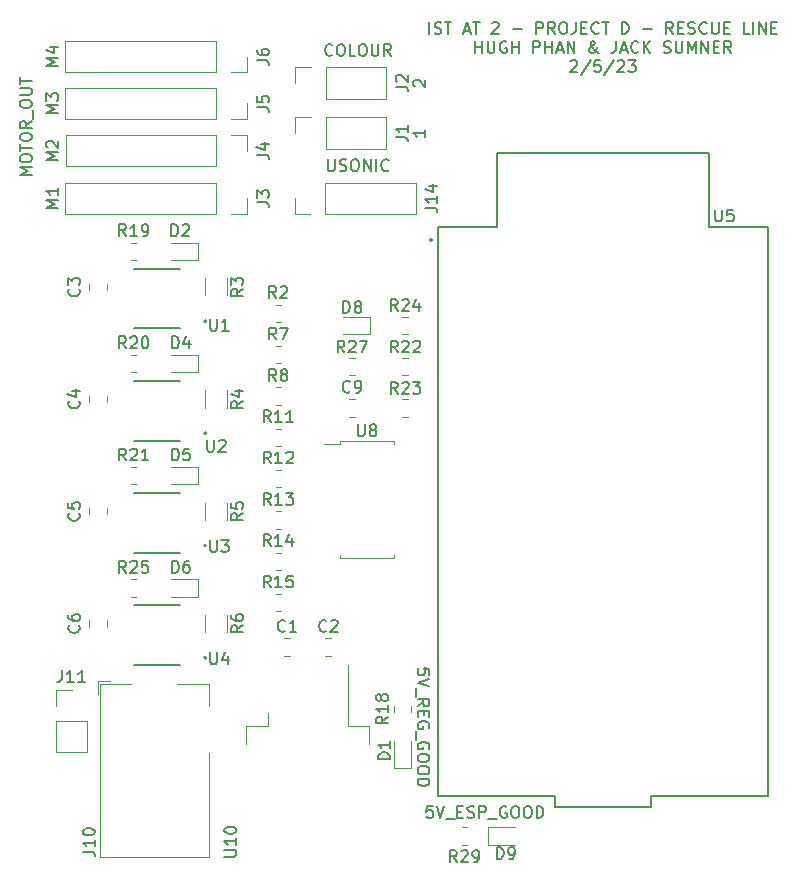
<source format=gbr>
%TF.GenerationSoftware,KiCad,Pcbnew,(6.0.9)*%
%TF.CreationDate,2023-05-03T14:40:21+10:00*%
%TF.ProjectId,Proj D,50726f6a-2044-42e6-9b69-6361645f7063,rev?*%
%TF.SameCoordinates,Original*%
%TF.FileFunction,Legend,Top*%
%TF.FilePolarity,Positive*%
%FSLAX46Y46*%
G04 Gerber Fmt 4.6, Leading zero omitted, Abs format (unit mm)*
G04 Created by KiCad (PCBNEW (6.0.9)) date 2023-05-03 14:40:21*
%MOMM*%
%LPD*%
G01*
G04 APERTURE LIST*
%ADD10C,0.150000*%
%ADD11C,0.127000*%
%ADD12C,0.200000*%
%ADD13C,0.120000*%
G04 APERTURE END LIST*
D10*
X139952380Y-82714285D02*
X139952380Y-83285714D01*
X139952380Y-83000000D02*
X138952380Y-83000000D01*
X139095238Y-83095238D01*
X139190476Y-83190476D01*
X139238095Y-83285714D01*
X140571428Y-139952380D02*
X140095238Y-139952380D01*
X140047619Y-140428571D01*
X140095238Y-140380952D01*
X140190476Y-140333333D01*
X140428571Y-140333333D01*
X140523809Y-140380952D01*
X140571428Y-140428571D01*
X140619047Y-140523809D01*
X140619047Y-140761904D01*
X140571428Y-140857142D01*
X140523809Y-140904761D01*
X140428571Y-140952380D01*
X140190476Y-140952380D01*
X140095238Y-140904761D01*
X140047619Y-140857142D01*
X140904761Y-139952380D02*
X141238095Y-140952380D01*
X141571428Y-139952380D01*
X141666666Y-141047619D02*
X142428571Y-141047619D01*
X142666666Y-140428571D02*
X143000000Y-140428571D01*
X143142857Y-140952380D02*
X142666666Y-140952380D01*
X142666666Y-139952380D01*
X143142857Y-139952380D01*
X143523809Y-140904761D02*
X143666666Y-140952380D01*
X143904761Y-140952380D01*
X144000000Y-140904761D01*
X144047619Y-140857142D01*
X144095238Y-140761904D01*
X144095238Y-140666666D01*
X144047619Y-140571428D01*
X144000000Y-140523809D01*
X143904761Y-140476190D01*
X143714285Y-140428571D01*
X143619047Y-140380952D01*
X143571428Y-140333333D01*
X143523809Y-140238095D01*
X143523809Y-140142857D01*
X143571428Y-140047619D01*
X143619047Y-140000000D01*
X143714285Y-139952380D01*
X143952380Y-139952380D01*
X144095238Y-140000000D01*
X144523809Y-140952380D02*
X144523809Y-139952380D01*
X144904761Y-139952380D01*
X145000000Y-140000000D01*
X145047619Y-140047619D01*
X145095238Y-140142857D01*
X145095238Y-140285714D01*
X145047619Y-140380952D01*
X145000000Y-140428571D01*
X144904761Y-140476190D01*
X144523809Y-140476190D01*
X145285714Y-141047619D02*
X146047619Y-141047619D01*
X146809523Y-140000000D02*
X146714285Y-139952380D01*
X146571428Y-139952380D01*
X146428571Y-140000000D01*
X146333333Y-140095238D01*
X146285714Y-140190476D01*
X146238095Y-140380952D01*
X146238095Y-140523809D01*
X146285714Y-140714285D01*
X146333333Y-140809523D01*
X146428571Y-140904761D01*
X146571428Y-140952380D01*
X146666666Y-140952380D01*
X146809523Y-140904761D01*
X146857142Y-140857142D01*
X146857142Y-140523809D01*
X146666666Y-140523809D01*
X147476190Y-139952380D02*
X147666666Y-139952380D01*
X147761904Y-140000000D01*
X147857142Y-140095238D01*
X147904761Y-140285714D01*
X147904761Y-140619047D01*
X147857142Y-140809523D01*
X147761904Y-140904761D01*
X147666666Y-140952380D01*
X147476190Y-140952380D01*
X147380952Y-140904761D01*
X147285714Y-140809523D01*
X147238095Y-140619047D01*
X147238095Y-140285714D01*
X147285714Y-140095238D01*
X147380952Y-140000000D01*
X147476190Y-139952380D01*
X148523809Y-139952380D02*
X148714285Y-139952380D01*
X148809523Y-140000000D01*
X148904761Y-140095238D01*
X148952380Y-140285714D01*
X148952380Y-140619047D01*
X148904761Y-140809523D01*
X148809523Y-140904761D01*
X148714285Y-140952380D01*
X148523809Y-140952380D01*
X148428571Y-140904761D01*
X148333333Y-140809523D01*
X148285714Y-140619047D01*
X148285714Y-140285714D01*
X148333333Y-140095238D01*
X148428571Y-140000000D01*
X148523809Y-139952380D01*
X149380952Y-140952380D02*
X149380952Y-139952380D01*
X149619047Y-139952380D01*
X149761904Y-140000000D01*
X149857142Y-140095238D01*
X149904761Y-140190476D01*
X149952380Y-140380952D01*
X149952380Y-140523809D01*
X149904761Y-140714285D01*
X149857142Y-140809523D01*
X149761904Y-140904761D01*
X149619047Y-140952380D01*
X149380952Y-140952380D01*
X140309523Y-74592380D02*
X140309523Y-73592380D01*
X140738095Y-74544761D02*
X140880952Y-74592380D01*
X141119047Y-74592380D01*
X141214285Y-74544761D01*
X141261904Y-74497142D01*
X141309523Y-74401904D01*
X141309523Y-74306666D01*
X141261904Y-74211428D01*
X141214285Y-74163809D01*
X141119047Y-74116190D01*
X140928571Y-74068571D01*
X140833333Y-74020952D01*
X140785714Y-73973333D01*
X140738095Y-73878095D01*
X140738095Y-73782857D01*
X140785714Y-73687619D01*
X140833333Y-73640000D01*
X140928571Y-73592380D01*
X141166666Y-73592380D01*
X141309523Y-73640000D01*
X141595238Y-73592380D02*
X142166666Y-73592380D01*
X141880952Y-74592380D02*
X141880952Y-73592380D01*
X143214285Y-74306666D02*
X143690476Y-74306666D01*
X143119047Y-74592380D02*
X143452380Y-73592380D01*
X143785714Y-74592380D01*
X143976190Y-73592380D02*
X144547619Y-73592380D01*
X144261904Y-74592380D02*
X144261904Y-73592380D01*
X145595238Y-73687619D02*
X145642857Y-73640000D01*
X145738095Y-73592380D01*
X145976190Y-73592380D01*
X146071428Y-73640000D01*
X146119047Y-73687619D01*
X146166666Y-73782857D01*
X146166666Y-73878095D01*
X146119047Y-74020952D01*
X145547619Y-74592380D01*
X146166666Y-74592380D01*
X147357142Y-74211428D02*
X148119047Y-74211428D01*
X149357142Y-74592380D02*
X149357142Y-73592380D01*
X149738095Y-73592380D01*
X149833333Y-73640000D01*
X149880952Y-73687619D01*
X149928571Y-73782857D01*
X149928571Y-73925714D01*
X149880952Y-74020952D01*
X149833333Y-74068571D01*
X149738095Y-74116190D01*
X149357142Y-74116190D01*
X150928571Y-74592380D02*
X150595238Y-74116190D01*
X150357142Y-74592380D02*
X150357142Y-73592380D01*
X150738095Y-73592380D01*
X150833333Y-73640000D01*
X150880952Y-73687619D01*
X150928571Y-73782857D01*
X150928571Y-73925714D01*
X150880952Y-74020952D01*
X150833333Y-74068571D01*
X150738095Y-74116190D01*
X150357142Y-74116190D01*
X151547619Y-73592380D02*
X151738095Y-73592380D01*
X151833333Y-73640000D01*
X151928571Y-73735238D01*
X151976190Y-73925714D01*
X151976190Y-74259047D01*
X151928571Y-74449523D01*
X151833333Y-74544761D01*
X151738095Y-74592380D01*
X151547619Y-74592380D01*
X151452380Y-74544761D01*
X151357142Y-74449523D01*
X151309523Y-74259047D01*
X151309523Y-73925714D01*
X151357142Y-73735238D01*
X151452380Y-73640000D01*
X151547619Y-73592380D01*
X152690476Y-73592380D02*
X152690476Y-74306666D01*
X152642857Y-74449523D01*
X152547619Y-74544761D01*
X152404761Y-74592380D01*
X152309523Y-74592380D01*
X153166666Y-74068571D02*
X153500000Y-74068571D01*
X153642857Y-74592380D02*
X153166666Y-74592380D01*
X153166666Y-73592380D01*
X153642857Y-73592380D01*
X154642857Y-74497142D02*
X154595238Y-74544761D01*
X154452380Y-74592380D01*
X154357142Y-74592380D01*
X154214285Y-74544761D01*
X154119047Y-74449523D01*
X154071428Y-74354285D01*
X154023809Y-74163809D01*
X154023809Y-74020952D01*
X154071428Y-73830476D01*
X154119047Y-73735238D01*
X154214285Y-73640000D01*
X154357142Y-73592380D01*
X154452380Y-73592380D01*
X154595238Y-73640000D01*
X154642857Y-73687619D01*
X154928571Y-73592380D02*
X155500000Y-73592380D01*
X155214285Y-74592380D02*
X155214285Y-73592380D01*
X156595238Y-74592380D02*
X156595238Y-73592380D01*
X156833333Y-73592380D01*
X156976190Y-73640000D01*
X157071428Y-73735238D01*
X157119047Y-73830476D01*
X157166666Y-74020952D01*
X157166666Y-74163809D01*
X157119047Y-74354285D01*
X157071428Y-74449523D01*
X156976190Y-74544761D01*
X156833333Y-74592380D01*
X156595238Y-74592380D01*
X158357142Y-74211428D02*
X159119047Y-74211428D01*
X160928571Y-74592380D02*
X160595238Y-74116190D01*
X160357142Y-74592380D02*
X160357142Y-73592380D01*
X160738095Y-73592380D01*
X160833333Y-73640000D01*
X160880952Y-73687619D01*
X160928571Y-73782857D01*
X160928571Y-73925714D01*
X160880952Y-74020952D01*
X160833333Y-74068571D01*
X160738095Y-74116190D01*
X160357142Y-74116190D01*
X161357142Y-74068571D02*
X161690476Y-74068571D01*
X161833333Y-74592380D02*
X161357142Y-74592380D01*
X161357142Y-73592380D01*
X161833333Y-73592380D01*
X162214285Y-74544761D02*
X162357142Y-74592380D01*
X162595238Y-74592380D01*
X162690476Y-74544761D01*
X162738095Y-74497142D01*
X162785714Y-74401904D01*
X162785714Y-74306666D01*
X162738095Y-74211428D01*
X162690476Y-74163809D01*
X162595238Y-74116190D01*
X162404761Y-74068571D01*
X162309523Y-74020952D01*
X162261904Y-73973333D01*
X162214285Y-73878095D01*
X162214285Y-73782857D01*
X162261904Y-73687619D01*
X162309523Y-73640000D01*
X162404761Y-73592380D01*
X162642857Y-73592380D01*
X162785714Y-73640000D01*
X163785714Y-74497142D02*
X163738095Y-74544761D01*
X163595238Y-74592380D01*
X163500000Y-74592380D01*
X163357142Y-74544761D01*
X163261904Y-74449523D01*
X163214285Y-74354285D01*
X163166666Y-74163809D01*
X163166666Y-74020952D01*
X163214285Y-73830476D01*
X163261904Y-73735238D01*
X163357142Y-73640000D01*
X163500000Y-73592380D01*
X163595238Y-73592380D01*
X163738095Y-73640000D01*
X163785714Y-73687619D01*
X164214285Y-73592380D02*
X164214285Y-74401904D01*
X164261904Y-74497142D01*
X164309523Y-74544761D01*
X164404761Y-74592380D01*
X164595238Y-74592380D01*
X164690476Y-74544761D01*
X164738095Y-74497142D01*
X164785714Y-74401904D01*
X164785714Y-73592380D01*
X165261904Y-74068571D02*
X165595238Y-74068571D01*
X165738095Y-74592380D02*
X165261904Y-74592380D01*
X165261904Y-73592380D01*
X165738095Y-73592380D01*
X167404761Y-74592380D02*
X166928571Y-74592380D01*
X166928571Y-73592380D01*
X167738095Y-74592380D02*
X167738095Y-73592380D01*
X168214285Y-74592380D02*
X168214285Y-73592380D01*
X168785714Y-74592380D01*
X168785714Y-73592380D01*
X169261904Y-74068571D02*
X169595238Y-74068571D01*
X169738095Y-74592380D02*
X169261904Y-74592380D01*
X169261904Y-73592380D01*
X169738095Y-73592380D01*
X144190476Y-76202380D02*
X144190476Y-75202380D01*
X144190476Y-75678571D02*
X144761904Y-75678571D01*
X144761904Y-76202380D02*
X144761904Y-75202380D01*
X145238095Y-75202380D02*
X145238095Y-76011904D01*
X145285714Y-76107142D01*
X145333333Y-76154761D01*
X145428571Y-76202380D01*
X145619047Y-76202380D01*
X145714285Y-76154761D01*
X145761904Y-76107142D01*
X145809523Y-76011904D01*
X145809523Y-75202380D01*
X146809523Y-75250000D02*
X146714285Y-75202380D01*
X146571428Y-75202380D01*
X146428571Y-75250000D01*
X146333333Y-75345238D01*
X146285714Y-75440476D01*
X146238095Y-75630952D01*
X146238095Y-75773809D01*
X146285714Y-75964285D01*
X146333333Y-76059523D01*
X146428571Y-76154761D01*
X146571428Y-76202380D01*
X146666666Y-76202380D01*
X146809523Y-76154761D01*
X146857142Y-76107142D01*
X146857142Y-75773809D01*
X146666666Y-75773809D01*
X147285714Y-76202380D02*
X147285714Y-75202380D01*
X147285714Y-75678571D02*
X147857142Y-75678571D01*
X147857142Y-76202380D02*
X147857142Y-75202380D01*
X149095238Y-76202380D02*
X149095238Y-75202380D01*
X149476190Y-75202380D01*
X149571428Y-75250000D01*
X149619047Y-75297619D01*
X149666666Y-75392857D01*
X149666666Y-75535714D01*
X149619047Y-75630952D01*
X149571428Y-75678571D01*
X149476190Y-75726190D01*
X149095238Y-75726190D01*
X150095238Y-76202380D02*
X150095238Y-75202380D01*
X150095238Y-75678571D02*
X150666666Y-75678571D01*
X150666666Y-76202380D02*
X150666666Y-75202380D01*
X151095238Y-75916666D02*
X151571428Y-75916666D01*
X151000000Y-76202380D02*
X151333333Y-75202380D01*
X151666666Y-76202380D01*
X152000000Y-76202380D02*
X152000000Y-75202380D01*
X152571428Y-76202380D01*
X152571428Y-75202380D01*
X154619047Y-76202380D02*
X154571428Y-76202380D01*
X154476190Y-76154761D01*
X154333333Y-76011904D01*
X154095238Y-75726190D01*
X154000000Y-75583333D01*
X153952380Y-75440476D01*
X153952380Y-75345238D01*
X154000000Y-75250000D01*
X154095238Y-75202380D01*
X154142857Y-75202380D01*
X154238095Y-75250000D01*
X154285714Y-75345238D01*
X154285714Y-75392857D01*
X154238095Y-75488095D01*
X154190476Y-75535714D01*
X153904761Y-75726190D01*
X153857142Y-75773809D01*
X153809523Y-75869047D01*
X153809523Y-76011904D01*
X153857142Y-76107142D01*
X153904761Y-76154761D01*
X154000000Y-76202380D01*
X154142857Y-76202380D01*
X154238095Y-76154761D01*
X154285714Y-76107142D01*
X154428571Y-75916666D01*
X154476190Y-75773809D01*
X154476190Y-75678571D01*
X156095238Y-75202380D02*
X156095238Y-75916666D01*
X156047619Y-76059523D01*
X155952380Y-76154761D01*
X155809523Y-76202380D01*
X155714285Y-76202380D01*
X156523809Y-75916666D02*
X157000000Y-75916666D01*
X156428571Y-76202380D02*
X156761904Y-75202380D01*
X157095238Y-76202380D01*
X158000000Y-76107142D02*
X157952380Y-76154761D01*
X157809523Y-76202380D01*
X157714285Y-76202380D01*
X157571428Y-76154761D01*
X157476190Y-76059523D01*
X157428571Y-75964285D01*
X157380952Y-75773809D01*
X157380952Y-75630952D01*
X157428571Y-75440476D01*
X157476190Y-75345238D01*
X157571428Y-75250000D01*
X157714285Y-75202380D01*
X157809523Y-75202380D01*
X157952380Y-75250000D01*
X158000000Y-75297619D01*
X158428571Y-76202380D02*
X158428571Y-75202380D01*
X159000000Y-76202380D02*
X158571428Y-75630952D01*
X159000000Y-75202380D02*
X158428571Y-75773809D01*
X160142857Y-76154761D02*
X160285714Y-76202380D01*
X160523809Y-76202380D01*
X160619047Y-76154761D01*
X160666666Y-76107142D01*
X160714285Y-76011904D01*
X160714285Y-75916666D01*
X160666666Y-75821428D01*
X160619047Y-75773809D01*
X160523809Y-75726190D01*
X160333333Y-75678571D01*
X160238095Y-75630952D01*
X160190476Y-75583333D01*
X160142857Y-75488095D01*
X160142857Y-75392857D01*
X160190476Y-75297619D01*
X160238095Y-75250000D01*
X160333333Y-75202380D01*
X160571428Y-75202380D01*
X160714285Y-75250000D01*
X161142857Y-75202380D02*
X161142857Y-76011904D01*
X161190476Y-76107142D01*
X161238095Y-76154761D01*
X161333333Y-76202380D01*
X161523809Y-76202380D01*
X161619047Y-76154761D01*
X161666666Y-76107142D01*
X161714285Y-76011904D01*
X161714285Y-75202380D01*
X162190476Y-76202380D02*
X162190476Y-75202380D01*
X162523809Y-75916666D01*
X162857142Y-75202380D01*
X162857142Y-76202380D01*
X163333333Y-76202380D02*
X163333333Y-75202380D01*
X163904761Y-76202380D01*
X163904761Y-75202380D01*
X164380952Y-75678571D02*
X164714285Y-75678571D01*
X164857142Y-76202380D02*
X164380952Y-76202380D01*
X164380952Y-75202380D01*
X164857142Y-75202380D01*
X165857142Y-76202380D02*
X165523809Y-75726190D01*
X165285714Y-76202380D02*
X165285714Y-75202380D01*
X165666666Y-75202380D01*
X165761904Y-75250000D01*
X165809523Y-75297619D01*
X165857142Y-75392857D01*
X165857142Y-75535714D01*
X165809523Y-75630952D01*
X165761904Y-75678571D01*
X165666666Y-75726190D01*
X165285714Y-75726190D01*
X152238095Y-76907619D02*
X152285714Y-76860000D01*
X152380952Y-76812380D01*
X152619047Y-76812380D01*
X152714285Y-76860000D01*
X152761904Y-76907619D01*
X152809523Y-77002857D01*
X152809523Y-77098095D01*
X152761904Y-77240952D01*
X152190476Y-77812380D01*
X152809523Y-77812380D01*
X153952380Y-76764761D02*
X153095238Y-78050476D01*
X154761904Y-76812380D02*
X154285714Y-76812380D01*
X154238095Y-77288571D01*
X154285714Y-77240952D01*
X154380952Y-77193333D01*
X154619047Y-77193333D01*
X154714285Y-77240952D01*
X154761904Y-77288571D01*
X154809523Y-77383809D01*
X154809523Y-77621904D01*
X154761904Y-77717142D01*
X154714285Y-77764761D01*
X154619047Y-77812380D01*
X154380952Y-77812380D01*
X154285714Y-77764761D01*
X154238095Y-77717142D01*
X155952380Y-76764761D02*
X155095238Y-78050476D01*
X156238095Y-76907619D02*
X156285714Y-76860000D01*
X156380952Y-76812380D01*
X156619047Y-76812380D01*
X156714285Y-76860000D01*
X156761904Y-76907619D01*
X156809523Y-77002857D01*
X156809523Y-77098095D01*
X156761904Y-77240952D01*
X156190476Y-77812380D01*
X156809523Y-77812380D01*
X157142857Y-76812380D02*
X157761904Y-76812380D01*
X157428571Y-77193333D01*
X157571428Y-77193333D01*
X157666666Y-77240952D01*
X157714285Y-77288571D01*
X157761904Y-77383809D01*
X157761904Y-77621904D01*
X157714285Y-77717142D01*
X157666666Y-77764761D01*
X157571428Y-77812380D01*
X157285714Y-77812380D01*
X157190476Y-77764761D01*
X157142857Y-77717142D01*
X108877380Y-85284523D02*
X107877380Y-85284523D01*
X108591666Y-84951190D01*
X107877380Y-84617857D01*
X108877380Y-84617857D01*
X107972619Y-84189285D02*
X107925000Y-84141666D01*
X107877380Y-84046428D01*
X107877380Y-83808333D01*
X107925000Y-83713095D01*
X107972619Y-83665476D01*
X108067857Y-83617857D01*
X108163095Y-83617857D01*
X108305952Y-83665476D01*
X108877380Y-84236904D01*
X108877380Y-83617857D01*
X108877380Y-77284523D02*
X107877380Y-77284523D01*
X108591666Y-76951190D01*
X107877380Y-76617857D01*
X108877380Y-76617857D01*
X108210714Y-75713095D02*
X108877380Y-75713095D01*
X107829761Y-75951190D02*
X108544047Y-76189285D01*
X108544047Y-75570238D01*
X139047619Y-79035714D02*
X139000000Y-78988095D01*
X138952380Y-78892857D01*
X138952380Y-78654761D01*
X139000000Y-78559523D01*
X139047619Y-78511904D01*
X139142857Y-78464285D01*
X139238095Y-78464285D01*
X139380952Y-78511904D01*
X139952380Y-79083333D01*
X139952380Y-78464285D01*
X131702380Y-85202380D02*
X131702380Y-86011904D01*
X131750000Y-86107142D01*
X131797619Y-86154761D01*
X131892857Y-86202380D01*
X132083333Y-86202380D01*
X132178571Y-86154761D01*
X132226190Y-86107142D01*
X132273809Y-86011904D01*
X132273809Y-85202380D01*
X132702380Y-86154761D02*
X132845238Y-86202380D01*
X133083333Y-86202380D01*
X133178571Y-86154761D01*
X133226190Y-86107142D01*
X133273809Y-86011904D01*
X133273809Y-85916666D01*
X133226190Y-85821428D01*
X133178571Y-85773809D01*
X133083333Y-85726190D01*
X132892857Y-85678571D01*
X132797619Y-85630952D01*
X132750000Y-85583333D01*
X132702380Y-85488095D01*
X132702380Y-85392857D01*
X132750000Y-85297619D01*
X132797619Y-85250000D01*
X132892857Y-85202380D01*
X133130952Y-85202380D01*
X133273809Y-85250000D01*
X133892857Y-85202380D02*
X134083333Y-85202380D01*
X134178571Y-85250000D01*
X134273809Y-85345238D01*
X134321428Y-85535714D01*
X134321428Y-85869047D01*
X134273809Y-86059523D01*
X134178571Y-86154761D01*
X134083333Y-86202380D01*
X133892857Y-86202380D01*
X133797619Y-86154761D01*
X133702380Y-86059523D01*
X133654761Y-85869047D01*
X133654761Y-85535714D01*
X133702380Y-85345238D01*
X133797619Y-85250000D01*
X133892857Y-85202380D01*
X134750000Y-86202380D02*
X134750000Y-85202380D01*
X135321428Y-86202380D01*
X135321428Y-85202380D01*
X135797619Y-86202380D02*
X135797619Y-85202380D01*
X136845238Y-86107142D02*
X136797619Y-86154761D01*
X136654761Y-86202380D01*
X136559523Y-86202380D01*
X136416666Y-86154761D01*
X136321428Y-86059523D01*
X136273809Y-85964285D01*
X136226190Y-85773809D01*
X136226190Y-85630952D01*
X136273809Y-85440476D01*
X136321428Y-85345238D01*
X136416666Y-85250000D01*
X136559523Y-85202380D01*
X136654761Y-85202380D01*
X136797619Y-85250000D01*
X136845238Y-85297619D01*
X132083333Y-76357142D02*
X132035714Y-76404761D01*
X131892857Y-76452380D01*
X131797619Y-76452380D01*
X131654761Y-76404761D01*
X131559523Y-76309523D01*
X131511904Y-76214285D01*
X131464285Y-76023809D01*
X131464285Y-75880952D01*
X131511904Y-75690476D01*
X131559523Y-75595238D01*
X131654761Y-75500000D01*
X131797619Y-75452380D01*
X131892857Y-75452380D01*
X132035714Y-75500000D01*
X132083333Y-75547619D01*
X132702380Y-75452380D02*
X132892857Y-75452380D01*
X132988095Y-75500000D01*
X133083333Y-75595238D01*
X133130952Y-75785714D01*
X133130952Y-76119047D01*
X133083333Y-76309523D01*
X132988095Y-76404761D01*
X132892857Y-76452380D01*
X132702380Y-76452380D01*
X132607142Y-76404761D01*
X132511904Y-76309523D01*
X132464285Y-76119047D01*
X132464285Y-75785714D01*
X132511904Y-75595238D01*
X132607142Y-75500000D01*
X132702380Y-75452380D01*
X134035714Y-76452380D02*
X133559523Y-76452380D01*
X133559523Y-75452380D01*
X134559523Y-75452380D02*
X134750000Y-75452380D01*
X134845238Y-75500000D01*
X134940476Y-75595238D01*
X134988095Y-75785714D01*
X134988095Y-76119047D01*
X134940476Y-76309523D01*
X134845238Y-76404761D01*
X134750000Y-76452380D01*
X134559523Y-76452380D01*
X134464285Y-76404761D01*
X134369047Y-76309523D01*
X134321428Y-76119047D01*
X134321428Y-75785714D01*
X134369047Y-75595238D01*
X134464285Y-75500000D01*
X134559523Y-75452380D01*
X135416666Y-75452380D02*
X135416666Y-76261904D01*
X135464285Y-76357142D01*
X135511904Y-76404761D01*
X135607142Y-76452380D01*
X135797619Y-76452380D01*
X135892857Y-76404761D01*
X135940476Y-76357142D01*
X135988095Y-76261904D01*
X135988095Y-75452380D01*
X137035714Y-76452380D02*
X136702380Y-75976190D01*
X136464285Y-76452380D02*
X136464285Y-75452380D01*
X136845238Y-75452380D01*
X136940476Y-75500000D01*
X136988095Y-75547619D01*
X137035714Y-75642857D01*
X137035714Y-75785714D01*
X136988095Y-75880952D01*
X136940476Y-75928571D01*
X136845238Y-75976190D01*
X136464285Y-75976190D01*
X108877380Y-81284523D02*
X107877380Y-81284523D01*
X108591666Y-80951190D01*
X107877380Y-80617857D01*
X108877380Y-80617857D01*
X107877380Y-80236904D02*
X107877380Y-79617857D01*
X108258333Y-79951190D01*
X108258333Y-79808333D01*
X108305952Y-79713095D01*
X108353571Y-79665476D01*
X108448809Y-79617857D01*
X108686904Y-79617857D01*
X108782142Y-79665476D01*
X108829761Y-79713095D01*
X108877380Y-79808333D01*
X108877380Y-80094047D01*
X108829761Y-80189285D01*
X108782142Y-80236904D01*
X106627380Y-86546428D02*
X105627380Y-86546428D01*
X106341666Y-86213095D01*
X105627380Y-85879761D01*
X106627380Y-85879761D01*
X105627380Y-85213095D02*
X105627380Y-85022619D01*
X105675000Y-84927380D01*
X105770238Y-84832142D01*
X105960714Y-84784523D01*
X106294047Y-84784523D01*
X106484523Y-84832142D01*
X106579761Y-84927380D01*
X106627380Y-85022619D01*
X106627380Y-85213095D01*
X106579761Y-85308333D01*
X106484523Y-85403571D01*
X106294047Y-85451190D01*
X105960714Y-85451190D01*
X105770238Y-85403571D01*
X105675000Y-85308333D01*
X105627380Y-85213095D01*
X105627380Y-84498809D02*
X105627380Y-83927380D01*
X106627380Y-84213095D02*
X105627380Y-84213095D01*
X105627380Y-83403571D02*
X105627380Y-83213095D01*
X105675000Y-83117857D01*
X105770238Y-83022619D01*
X105960714Y-82975000D01*
X106294047Y-82975000D01*
X106484523Y-83022619D01*
X106579761Y-83117857D01*
X106627380Y-83213095D01*
X106627380Y-83403571D01*
X106579761Y-83498809D01*
X106484523Y-83594047D01*
X106294047Y-83641666D01*
X105960714Y-83641666D01*
X105770238Y-83594047D01*
X105675000Y-83498809D01*
X105627380Y-83403571D01*
X106627380Y-81975000D02*
X106151190Y-82308333D01*
X106627380Y-82546428D02*
X105627380Y-82546428D01*
X105627380Y-82165476D01*
X105675000Y-82070238D01*
X105722619Y-82022619D01*
X105817857Y-81975000D01*
X105960714Y-81975000D01*
X106055952Y-82022619D01*
X106103571Y-82070238D01*
X106151190Y-82165476D01*
X106151190Y-82546428D01*
X106722619Y-81784523D02*
X106722619Y-81022619D01*
X105627380Y-80594047D02*
X105627380Y-80403571D01*
X105675000Y-80308333D01*
X105770238Y-80213095D01*
X105960714Y-80165476D01*
X106294047Y-80165476D01*
X106484523Y-80213095D01*
X106579761Y-80308333D01*
X106627380Y-80403571D01*
X106627380Y-80594047D01*
X106579761Y-80689285D01*
X106484523Y-80784523D01*
X106294047Y-80832142D01*
X105960714Y-80832142D01*
X105770238Y-80784523D01*
X105675000Y-80689285D01*
X105627380Y-80594047D01*
X105627380Y-79736904D02*
X106436904Y-79736904D01*
X106532142Y-79689285D01*
X106579761Y-79641666D01*
X106627380Y-79546428D01*
X106627380Y-79355952D01*
X106579761Y-79260714D01*
X106532142Y-79213095D01*
X106436904Y-79165476D01*
X105627380Y-79165476D01*
X105627380Y-78832142D02*
X105627380Y-78260714D01*
X106627380Y-78546428D02*
X105627380Y-78546428D01*
X140297619Y-128835119D02*
X140297619Y-128358928D01*
X139821428Y-128311309D01*
X139869047Y-128358928D01*
X139916666Y-128454166D01*
X139916666Y-128692261D01*
X139869047Y-128787500D01*
X139821428Y-128835119D01*
X139726190Y-128882738D01*
X139488095Y-128882738D01*
X139392857Y-128835119D01*
X139345238Y-128787500D01*
X139297619Y-128692261D01*
X139297619Y-128454166D01*
X139345238Y-128358928D01*
X139392857Y-128311309D01*
X140297619Y-129168452D02*
X139297619Y-129501785D01*
X140297619Y-129835119D01*
X139202380Y-129930357D02*
X139202380Y-130692261D01*
X139297619Y-131501785D02*
X139773809Y-131168452D01*
X139297619Y-130930357D02*
X140297619Y-130930357D01*
X140297619Y-131311309D01*
X140250000Y-131406547D01*
X140202380Y-131454166D01*
X140107142Y-131501785D01*
X139964285Y-131501785D01*
X139869047Y-131454166D01*
X139821428Y-131406547D01*
X139773809Y-131311309D01*
X139773809Y-130930357D01*
X139821428Y-131930357D02*
X139821428Y-132263690D01*
X139297619Y-132406547D02*
X139297619Y-131930357D01*
X140297619Y-131930357D01*
X140297619Y-132406547D01*
X140250000Y-133358928D02*
X140297619Y-133263690D01*
X140297619Y-133120833D01*
X140250000Y-132977976D01*
X140154761Y-132882738D01*
X140059523Y-132835119D01*
X139869047Y-132787500D01*
X139726190Y-132787500D01*
X139535714Y-132835119D01*
X139440476Y-132882738D01*
X139345238Y-132977976D01*
X139297619Y-133120833D01*
X139297619Y-133216071D01*
X139345238Y-133358928D01*
X139392857Y-133406547D01*
X139726190Y-133406547D01*
X139726190Y-133216071D01*
X139202380Y-133597023D02*
X139202380Y-134358928D01*
X140250000Y-135120833D02*
X140297619Y-135025595D01*
X140297619Y-134882738D01*
X140250000Y-134739880D01*
X140154761Y-134644642D01*
X140059523Y-134597023D01*
X139869047Y-134549404D01*
X139726190Y-134549404D01*
X139535714Y-134597023D01*
X139440476Y-134644642D01*
X139345238Y-134739880D01*
X139297619Y-134882738D01*
X139297619Y-134977976D01*
X139345238Y-135120833D01*
X139392857Y-135168452D01*
X139726190Y-135168452D01*
X139726190Y-134977976D01*
X140297619Y-135787500D02*
X140297619Y-135977976D01*
X140250000Y-136073214D01*
X140154761Y-136168452D01*
X139964285Y-136216071D01*
X139630952Y-136216071D01*
X139440476Y-136168452D01*
X139345238Y-136073214D01*
X139297619Y-135977976D01*
X139297619Y-135787500D01*
X139345238Y-135692261D01*
X139440476Y-135597023D01*
X139630952Y-135549404D01*
X139964285Y-135549404D01*
X140154761Y-135597023D01*
X140250000Y-135692261D01*
X140297619Y-135787500D01*
X140297619Y-136835119D02*
X140297619Y-137025595D01*
X140250000Y-137120833D01*
X140154761Y-137216071D01*
X139964285Y-137263690D01*
X139630952Y-137263690D01*
X139440476Y-137216071D01*
X139345238Y-137120833D01*
X139297619Y-137025595D01*
X139297619Y-136835119D01*
X139345238Y-136739880D01*
X139440476Y-136644642D01*
X139630952Y-136597023D01*
X139964285Y-136597023D01*
X140154761Y-136644642D01*
X140250000Y-136739880D01*
X140297619Y-136835119D01*
X139297619Y-137692261D02*
X140297619Y-137692261D01*
X140297619Y-137930357D01*
X140250000Y-138073214D01*
X140154761Y-138168452D01*
X140059523Y-138216071D01*
X139869047Y-138263690D01*
X139726190Y-138263690D01*
X139535714Y-138216071D01*
X139440476Y-138168452D01*
X139345238Y-138073214D01*
X139297619Y-137930357D01*
X139297619Y-137692261D01*
X108877380Y-89284523D02*
X107877380Y-89284523D01*
X108591666Y-88951190D01*
X107877380Y-88617857D01*
X108877380Y-88617857D01*
X108877380Y-87617857D02*
X108877380Y-88189285D01*
X108877380Y-87903571D02*
X107877380Y-87903571D01*
X108020238Y-87998809D01*
X108115476Y-88094047D01*
X108163095Y-88189285D01*
%TO.C,U4*%
X121738095Y-126952380D02*
X121738095Y-127761904D01*
X121785714Y-127857142D01*
X121833333Y-127904761D01*
X121928571Y-127952380D01*
X122119047Y-127952380D01*
X122214285Y-127904761D01*
X122261904Y-127857142D01*
X122309523Y-127761904D01*
X122309523Y-126952380D01*
X123214285Y-127285714D02*
X123214285Y-127952380D01*
X122976190Y-126904761D02*
X122738095Y-127619047D01*
X123357142Y-127619047D01*
%TO.C,U3*%
X121738095Y-117452380D02*
X121738095Y-118261904D01*
X121785714Y-118357142D01*
X121833333Y-118404761D01*
X121928571Y-118452380D01*
X122119047Y-118452380D01*
X122214285Y-118404761D01*
X122261904Y-118357142D01*
X122309523Y-118261904D01*
X122309523Y-117452380D01*
X122690476Y-117452380D02*
X123309523Y-117452380D01*
X122976190Y-117833333D01*
X123119047Y-117833333D01*
X123214285Y-117880952D01*
X123261904Y-117928571D01*
X123309523Y-118023809D01*
X123309523Y-118261904D01*
X123261904Y-118357142D01*
X123214285Y-118404761D01*
X123119047Y-118452380D01*
X122833333Y-118452380D01*
X122738095Y-118404761D01*
X122690476Y-118357142D01*
%TO.C,U2*%
X121488095Y-108952380D02*
X121488095Y-109761904D01*
X121535714Y-109857142D01*
X121583333Y-109904761D01*
X121678571Y-109952380D01*
X121869047Y-109952380D01*
X121964285Y-109904761D01*
X122011904Y-109857142D01*
X122059523Y-109761904D01*
X122059523Y-108952380D01*
X122488095Y-109047619D02*
X122535714Y-109000000D01*
X122630952Y-108952380D01*
X122869047Y-108952380D01*
X122964285Y-109000000D01*
X123011904Y-109047619D01*
X123059523Y-109142857D01*
X123059523Y-109238095D01*
X123011904Y-109380952D01*
X122440476Y-109952380D01*
X123059523Y-109952380D01*
%TO.C,U1*%
X121738095Y-98702380D02*
X121738095Y-99511904D01*
X121785714Y-99607142D01*
X121833333Y-99654761D01*
X121928571Y-99702380D01*
X122119047Y-99702380D01*
X122214285Y-99654761D01*
X122261904Y-99607142D01*
X122309523Y-99511904D01*
X122309523Y-98702380D01*
X123309523Y-99702380D02*
X122738095Y-99702380D01*
X123023809Y-99702380D02*
X123023809Y-98702380D01*
X122928571Y-98845238D01*
X122833333Y-98940476D01*
X122738095Y-98988095D01*
%TO.C,U10*%
X122952380Y-144238095D02*
X123761904Y-144238095D01*
X123857142Y-144190476D01*
X123904761Y-144142857D01*
X123952380Y-144047619D01*
X123952380Y-143857142D01*
X123904761Y-143761904D01*
X123857142Y-143714285D01*
X123761904Y-143666666D01*
X122952380Y-143666666D01*
X123952380Y-142666666D02*
X123952380Y-143238095D01*
X123952380Y-142952380D02*
X122952380Y-142952380D01*
X123095238Y-143047619D01*
X123190476Y-143142857D01*
X123238095Y-143238095D01*
X122952380Y-142047619D02*
X122952380Y-141952380D01*
X123000000Y-141857142D01*
X123047619Y-141809523D01*
X123142857Y-141761904D01*
X123333333Y-141714285D01*
X123571428Y-141714285D01*
X123761904Y-141761904D01*
X123857142Y-141809523D01*
X123904761Y-141857142D01*
X123952380Y-141952380D01*
X123952380Y-142047619D01*
X123904761Y-142142857D01*
X123857142Y-142190476D01*
X123761904Y-142238095D01*
X123571428Y-142285714D01*
X123333333Y-142285714D01*
X123142857Y-142238095D01*
X123047619Y-142190476D01*
X123000000Y-142142857D01*
X122952380Y-142047619D01*
%TO.C,C2*%
X131583333Y-125107142D02*
X131535714Y-125154761D01*
X131392857Y-125202380D01*
X131297619Y-125202380D01*
X131154761Y-125154761D01*
X131059523Y-125059523D01*
X131011904Y-124964285D01*
X130964285Y-124773809D01*
X130964285Y-124630952D01*
X131011904Y-124440476D01*
X131059523Y-124345238D01*
X131154761Y-124250000D01*
X131297619Y-124202380D01*
X131392857Y-124202380D01*
X131535714Y-124250000D01*
X131583333Y-124297619D01*
X131964285Y-124297619D02*
X132011904Y-124250000D01*
X132107142Y-124202380D01*
X132345238Y-124202380D01*
X132440476Y-124250000D01*
X132488095Y-124297619D01*
X132535714Y-124392857D01*
X132535714Y-124488095D01*
X132488095Y-124630952D01*
X131916666Y-125202380D01*
X132535714Y-125202380D01*
%TO.C,R23*%
X137607142Y-105052380D02*
X137273809Y-104576190D01*
X137035714Y-105052380D02*
X137035714Y-104052380D01*
X137416666Y-104052380D01*
X137511904Y-104100000D01*
X137559523Y-104147619D01*
X137607142Y-104242857D01*
X137607142Y-104385714D01*
X137559523Y-104480952D01*
X137511904Y-104528571D01*
X137416666Y-104576190D01*
X137035714Y-104576190D01*
X137988095Y-104147619D02*
X138035714Y-104100000D01*
X138130952Y-104052380D01*
X138369047Y-104052380D01*
X138464285Y-104100000D01*
X138511904Y-104147619D01*
X138559523Y-104242857D01*
X138559523Y-104338095D01*
X138511904Y-104480952D01*
X137940476Y-105052380D01*
X138559523Y-105052380D01*
X138892857Y-104052380D02*
X139511904Y-104052380D01*
X139178571Y-104433333D01*
X139321428Y-104433333D01*
X139416666Y-104480952D01*
X139464285Y-104528571D01*
X139511904Y-104623809D01*
X139511904Y-104861904D01*
X139464285Y-104957142D01*
X139416666Y-105004761D01*
X139321428Y-105052380D01*
X139035714Y-105052380D01*
X138940476Y-105004761D01*
X138892857Y-104957142D01*
%TO.C,C1*%
X128083333Y-125107142D02*
X128035714Y-125154761D01*
X127892857Y-125202380D01*
X127797619Y-125202380D01*
X127654761Y-125154761D01*
X127559523Y-125059523D01*
X127511904Y-124964285D01*
X127464285Y-124773809D01*
X127464285Y-124630952D01*
X127511904Y-124440476D01*
X127559523Y-124345238D01*
X127654761Y-124250000D01*
X127797619Y-124202380D01*
X127892857Y-124202380D01*
X128035714Y-124250000D01*
X128083333Y-124297619D01*
X129035714Y-125202380D02*
X128464285Y-125202380D01*
X128750000Y-125202380D02*
X128750000Y-124202380D01*
X128654761Y-124345238D01*
X128559523Y-124440476D01*
X128464285Y-124488095D01*
%TO.C,C9*%
X133583333Y-104857142D02*
X133535714Y-104904761D01*
X133392857Y-104952380D01*
X133297619Y-104952380D01*
X133154761Y-104904761D01*
X133059523Y-104809523D01*
X133011904Y-104714285D01*
X132964285Y-104523809D01*
X132964285Y-104380952D01*
X133011904Y-104190476D01*
X133059523Y-104095238D01*
X133154761Y-104000000D01*
X133297619Y-103952380D01*
X133392857Y-103952380D01*
X133535714Y-104000000D01*
X133583333Y-104047619D01*
X134059523Y-104952380D02*
X134250000Y-104952380D01*
X134345238Y-104904761D01*
X134392857Y-104857142D01*
X134488095Y-104714285D01*
X134535714Y-104523809D01*
X134535714Y-104142857D01*
X134488095Y-104047619D01*
X134440476Y-104000000D01*
X134345238Y-103952380D01*
X134154761Y-103952380D01*
X134059523Y-104000000D01*
X134011904Y-104047619D01*
X133964285Y-104142857D01*
X133964285Y-104380952D01*
X134011904Y-104476190D01*
X134059523Y-104523809D01*
X134154761Y-104571428D01*
X134345238Y-104571428D01*
X134440476Y-104523809D01*
X134488095Y-104476190D01*
X134535714Y-104380952D01*
%TO.C,R3*%
X124522380Y-96166666D02*
X124046190Y-96500000D01*
X124522380Y-96738095D02*
X123522380Y-96738095D01*
X123522380Y-96357142D01*
X123570000Y-96261904D01*
X123617619Y-96214285D01*
X123712857Y-96166666D01*
X123855714Y-96166666D01*
X123950952Y-96214285D01*
X123998571Y-96261904D01*
X124046190Y-96357142D01*
X124046190Y-96738095D01*
X123522380Y-95833333D02*
X123522380Y-95214285D01*
X123903333Y-95547619D01*
X123903333Y-95404761D01*
X123950952Y-95309523D01*
X123998571Y-95261904D01*
X124093809Y-95214285D01*
X124331904Y-95214285D01*
X124427142Y-95261904D01*
X124474761Y-95309523D01*
X124522380Y-95404761D01*
X124522380Y-95690476D01*
X124474761Y-95785714D01*
X124427142Y-95833333D01*
%TO.C,R14*%
X126857142Y-117952380D02*
X126523809Y-117476190D01*
X126285714Y-117952380D02*
X126285714Y-116952380D01*
X126666666Y-116952380D01*
X126761904Y-117000000D01*
X126809523Y-117047619D01*
X126857142Y-117142857D01*
X126857142Y-117285714D01*
X126809523Y-117380952D01*
X126761904Y-117428571D01*
X126666666Y-117476190D01*
X126285714Y-117476190D01*
X127809523Y-117952380D02*
X127238095Y-117952380D01*
X127523809Y-117952380D02*
X127523809Y-116952380D01*
X127428571Y-117095238D01*
X127333333Y-117190476D01*
X127238095Y-117238095D01*
X128666666Y-117285714D02*
X128666666Y-117952380D01*
X128428571Y-116904761D02*
X128190476Y-117619047D01*
X128809523Y-117619047D01*
%TO.C,R27*%
X133107142Y-101552380D02*
X132773809Y-101076190D01*
X132535714Y-101552380D02*
X132535714Y-100552380D01*
X132916666Y-100552380D01*
X133011904Y-100600000D01*
X133059523Y-100647619D01*
X133107142Y-100742857D01*
X133107142Y-100885714D01*
X133059523Y-100980952D01*
X133011904Y-101028571D01*
X132916666Y-101076190D01*
X132535714Y-101076190D01*
X133488095Y-100647619D02*
X133535714Y-100600000D01*
X133630952Y-100552380D01*
X133869047Y-100552380D01*
X133964285Y-100600000D01*
X134011904Y-100647619D01*
X134059523Y-100742857D01*
X134059523Y-100838095D01*
X134011904Y-100980952D01*
X133440476Y-101552380D01*
X134059523Y-101552380D01*
X134392857Y-100552380D02*
X135059523Y-100552380D01*
X134630952Y-101552380D01*
%TO.C,D1*%
X136952380Y-135988095D02*
X135952380Y-135988095D01*
X135952380Y-135750000D01*
X136000000Y-135607142D01*
X136095238Y-135511904D01*
X136190476Y-135464285D01*
X136380952Y-135416666D01*
X136523809Y-135416666D01*
X136714285Y-135464285D01*
X136809523Y-135511904D01*
X136904761Y-135607142D01*
X136952380Y-135750000D01*
X136952380Y-135988095D01*
X136952380Y-134464285D02*
X136952380Y-135035714D01*
X136952380Y-134750000D02*
X135952380Y-134750000D01*
X136095238Y-134845238D01*
X136190476Y-134940476D01*
X136238095Y-135035714D01*
%TO.C,R15*%
X126857142Y-121452380D02*
X126523809Y-120976190D01*
X126285714Y-121452380D02*
X126285714Y-120452380D01*
X126666666Y-120452380D01*
X126761904Y-120500000D01*
X126809523Y-120547619D01*
X126857142Y-120642857D01*
X126857142Y-120785714D01*
X126809523Y-120880952D01*
X126761904Y-120928571D01*
X126666666Y-120976190D01*
X126285714Y-120976190D01*
X127809523Y-121452380D02*
X127238095Y-121452380D01*
X127523809Y-121452380D02*
X127523809Y-120452380D01*
X127428571Y-120595238D01*
X127333333Y-120690476D01*
X127238095Y-120738095D01*
X128714285Y-120452380D02*
X128238095Y-120452380D01*
X128190476Y-120928571D01*
X128238095Y-120880952D01*
X128333333Y-120833333D01*
X128571428Y-120833333D01*
X128666666Y-120880952D01*
X128714285Y-120928571D01*
X128761904Y-121023809D01*
X128761904Y-121261904D01*
X128714285Y-121357142D01*
X128666666Y-121404761D01*
X128571428Y-121452380D01*
X128333333Y-121452380D01*
X128238095Y-121404761D01*
X128190476Y-121357142D01*
%TO.C,R12*%
X126857142Y-110952380D02*
X126523809Y-110476190D01*
X126285714Y-110952380D02*
X126285714Y-109952380D01*
X126666666Y-109952380D01*
X126761904Y-110000000D01*
X126809523Y-110047619D01*
X126857142Y-110142857D01*
X126857142Y-110285714D01*
X126809523Y-110380952D01*
X126761904Y-110428571D01*
X126666666Y-110476190D01*
X126285714Y-110476190D01*
X127809523Y-110952380D02*
X127238095Y-110952380D01*
X127523809Y-110952380D02*
X127523809Y-109952380D01*
X127428571Y-110095238D01*
X127333333Y-110190476D01*
X127238095Y-110238095D01*
X128190476Y-110047619D02*
X128238095Y-110000000D01*
X128333333Y-109952380D01*
X128571428Y-109952380D01*
X128666666Y-110000000D01*
X128714285Y-110047619D01*
X128761904Y-110142857D01*
X128761904Y-110238095D01*
X128714285Y-110380952D01*
X128142857Y-110952380D01*
X128761904Y-110952380D01*
%TO.C,C4*%
X110607142Y-105666666D02*
X110654761Y-105714285D01*
X110702380Y-105857142D01*
X110702380Y-105952380D01*
X110654761Y-106095238D01*
X110559523Y-106190476D01*
X110464285Y-106238095D01*
X110273809Y-106285714D01*
X110130952Y-106285714D01*
X109940476Y-106238095D01*
X109845238Y-106190476D01*
X109750000Y-106095238D01*
X109702380Y-105952380D01*
X109702380Y-105857142D01*
X109750000Y-105714285D01*
X109797619Y-105666666D01*
X110035714Y-104809523D02*
X110702380Y-104809523D01*
X109654761Y-105047619D02*
X110369047Y-105285714D01*
X110369047Y-104666666D01*
%TO.C,C5*%
X110607142Y-115166666D02*
X110654761Y-115214285D01*
X110702380Y-115357142D01*
X110702380Y-115452380D01*
X110654761Y-115595238D01*
X110559523Y-115690476D01*
X110464285Y-115738095D01*
X110273809Y-115785714D01*
X110130952Y-115785714D01*
X109940476Y-115738095D01*
X109845238Y-115690476D01*
X109750000Y-115595238D01*
X109702380Y-115452380D01*
X109702380Y-115357142D01*
X109750000Y-115214285D01*
X109797619Y-115166666D01*
X109702380Y-114261904D02*
X109702380Y-114738095D01*
X110178571Y-114785714D01*
X110130952Y-114738095D01*
X110083333Y-114642857D01*
X110083333Y-114404761D01*
X110130952Y-114309523D01*
X110178571Y-114261904D01*
X110273809Y-114214285D01*
X110511904Y-114214285D01*
X110607142Y-114261904D01*
X110654761Y-114309523D01*
X110702380Y-114404761D01*
X110702380Y-114642857D01*
X110654761Y-114738095D01*
X110607142Y-114785714D01*
%TO.C,J14*%
X139962380Y-89309523D02*
X140676666Y-89309523D01*
X140819523Y-89357142D01*
X140914761Y-89452380D01*
X140962380Y-89595238D01*
X140962380Y-89690476D01*
X140962380Y-88309523D02*
X140962380Y-88880952D01*
X140962380Y-88595238D02*
X139962380Y-88595238D01*
X140105238Y-88690476D01*
X140200476Y-88785714D01*
X140248095Y-88880952D01*
X140295714Y-87452380D02*
X140962380Y-87452380D01*
X139914761Y-87690476D02*
X140629047Y-87928571D01*
X140629047Y-87309523D01*
%TO.C,R22*%
X137607142Y-101552380D02*
X137273809Y-101076190D01*
X137035714Y-101552380D02*
X137035714Y-100552380D01*
X137416666Y-100552380D01*
X137511904Y-100600000D01*
X137559523Y-100647619D01*
X137607142Y-100742857D01*
X137607142Y-100885714D01*
X137559523Y-100980952D01*
X137511904Y-101028571D01*
X137416666Y-101076190D01*
X137035714Y-101076190D01*
X137988095Y-100647619D02*
X138035714Y-100600000D01*
X138130952Y-100552380D01*
X138369047Y-100552380D01*
X138464285Y-100600000D01*
X138511904Y-100647619D01*
X138559523Y-100742857D01*
X138559523Y-100838095D01*
X138511904Y-100980952D01*
X137940476Y-101552380D01*
X138559523Y-101552380D01*
X138940476Y-100647619D02*
X138988095Y-100600000D01*
X139083333Y-100552380D01*
X139321428Y-100552380D01*
X139416666Y-100600000D01*
X139464285Y-100647619D01*
X139511904Y-100742857D01*
X139511904Y-100838095D01*
X139464285Y-100980952D01*
X138892857Y-101552380D01*
X139511904Y-101552380D01*
%TO.C,R4*%
X124522380Y-105666666D02*
X124046190Y-106000000D01*
X124522380Y-106238095D02*
X123522380Y-106238095D01*
X123522380Y-105857142D01*
X123570000Y-105761904D01*
X123617619Y-105714285D01*
X123712857Y-105666666D01*
X123855714Y-105666666D01*
X123950952Y-105714285D01*
X123998571Y-105761904D01*
X124046190Y-105857142D01*
X124046190Y-106238095D01*
X123855714Y-104809523D02*
X124522380Y-104809523D01*
X123474761Y-105047619D02*
X124189047Y-105285714D01*
X124189047Y-104666666D01*
%TO.C,D6*%
X118511904Y-120202380D02*
X118511904Y-119202380D01*
X118750000Y-119202380D01*
X118892857Y-119250000D01*
X118988095Y-119345238D01*
X119035714Y-119440476D01*
X119083333Y-119630952D01*
X119083333Y-119773809D01*
X119035714Y-119964285D01*
X118988095Y-120059523D01*
X118892857Y-120154761D01*
X118750000Y-120202380D01*
X118511904Y-120202380D01*
X119940476Y-119202380D02*
X119750000Y-119202380D01*
X119654761Y-119250000D01*
X119607142Y-119297619D01*
X119511904Y-119440476D01*
X119464285Y-119630952D01*
X119464285Y-120011904D01*
X119511904Y-120107142D01*
X119559523Y-120154761D01*
X119654761Y-120202380D01*
X119845238Y-120202380D01*
X119940476Y-120154761D01*
X119988095Y-120107142D01*
X120035714Y-120011904D01*
X120035714Y-119773809D01*
X119988095Y-119678571D01*
X119940476Y-119630952D01*
X119845238Y-119583333D01*
X119654761Y-119583333D01*
X119559523Y-119630952D01*
X119511904Y-119678571D01*
X119464285Y-119773809D01*
%TO.C,J3*%
X125722380Y-88833333D02*
X126436666Y-88833333D01*
X126579523Y-88880952D01*
X126674761Y-88976190D01*
X126722380Y-89119047D01*
X126722380Y-89214285D01*
X125722380Y-88452380D02*
X125722380Y-87833333D01*
X126103333Y-88166666D01*
X126103333Y-88023809D01*
X126150952Y-87928571D01*
X126198571Y-87880952D01*
X126293809Y-87833333D01*
X126531904Y-87833333D01*
X126627142Y-87880952D01*
X126674761Y-87928571D01*
X126722380Y-88023809D01*
X126722380Y-88309523D01*
X126674761Y-88404761D01*
X126627142Y-88452380D01*
%TO.C,R13*%
X126857142Y-114452380D02*
X126523809Y-113976190D01*
X126285714Y-114452380D02*
X126285714Y-113452380D01*
X126666666Y-113452380D01*
X126761904Y-113500000D01*
X126809523Y-113547619D01*
X126857142Y-113642857D01*
X126857142Y-113785714D01*
X126809523Y-113880952D01*
X126761904Y-113928571D01*
X126666666Y-113976190D01*
X126285714Y-113976190D01*
X127809523Y-114452380D02*
X127238095Y-114452380D01*
X127523809Y-114452380D02*
X127523809Y-113452380D01*
X127428571Y-113595238D01*
X127333333Y-113690476D01*
X127238095Y-113738095D01*
X128142857Y-113452380D02*
X128761904Y-113452380D01*
X128428571Y-113833333D01*
X128571428Y-113833333D01*
X128666666Y-113880952D01*
X128714285Y-113928571D01*
X128761904Y-114023809D01*
X128761904Y-114261904D01*
X128714285Y-114357142D01*
X128666666Y-114404761D01*
X128571428Y-114452380D01*
X128285714Y-114452380D01*
X128190476Y-114404761D01*
X128142857Y-114357142D01*
%TO.C,C6*%
X110607142Y-124666666D02*
X110654761Y-124714285D01*
X110702380Y-124857142D01*
X110702380Y-124952380D01*
X110654761Y-125095238D01*
X110559523Y-125190476D01*
X110464285Y-125238095D01*
X110273809Y-125285714D01*
X110130952Y-125285714D01*
X109940476Y-125238095D01*
X109845238Y-125190476D01*
X109750000Y-125095238D01*
X109702380Y-124952380D01*
X109702380Y-124857142D01*
X109750000Y-124714285D01*
X109797619Y-124666666D01*
X109702380Y-123809523D02*
X109702380Y-124000000D01*
X109750000Y-124095238D01*
X109797619Y-124142857D01*
X109940476Y-124238095D01*
X110130952Y-124285714D01*
X110511904Y-124285714D01*
X110607142Y-124238095D01*
X110654761Y-124190476D01*
X110702380Y-124095238D01*
X110702380Y-123904761D01*
X110654761Y-123809523D01*
X110607142Y-123761904D01*
X110511904Y-123714285D01*
X110273809Y-123714285D01*
X110178571Y-123761904D01*
X110130952Y-123809523D01*
X110083333Y-123904761D01*
X110083333Y-124095238D01*
X110130952Y-124190476D01*
X110178571Y-124238095D01*
X110273809Y-124285714D01*
%TO.C,U5*%
X164488095Y-89452380D02*
X164488095Y-90261904D01*
X164535714Y-90357142D01*
X164583333Y-90404761D01*
X164678571Y-90452380D01*
X164869047Y-90452380D01*
X164964285Y-90404761D01*
X165011904Y-90357142D01*
X165059523Y-90261904D01*
X165059523Y-89452380D01*
X166011904Y-89452380D02*
X165535714Y-89452380D01*
X165488095Y-89928571D01*
X165535714Y-89880952D01*
X165630952Y-89833333D01*
X165869047Y-89833333D01*
X165964285Y-89880952D01*
X166011904Y-89928571D01*
X166059523Y-90023809D01*
X166059523Y-90261904D01*
X166011904Y-90357142D01*
X165964285Y-90404761D01*
X165869047Y-90452380D01*
X165630952Y-90452380D01*
X165535714Y-90404761D01*
X165488095Y-90357142D01*
%TO.C,R25*%
X114607142Y-120202380D02*
X114273809Y-119726190D01*
X114035714Y-120202380D02*
X114035714Y-119202380D01*
X114416666Y-119202380D01*
X114511904Y-119250000D01*
X114559523Y-119297619D01*
X114607142Y-119392857D01*
X114607142Y-119535714D01*
X114559523Y-119630952D01*
X114511904Y-119678571D01*
X114416666Y-119726190D01*
X114035714Y-119726190D01*
X114988095Y-119297619D02*
X115035714Y-119250000D01*
X115130952Y-119202380D01*
X115369047Y-119202380D01*
X115464285Y-119250000D01*
X115511904Y-119297619D01*
X115559523Y-119392857D01*
X115559523Y-119488095D01*
X115511904Y-119630952D01*
X114940476Y-120202380D01*
X115559523Y-120202380D01*
X116464285Y-119202380D02*
X115988095Y-119202380D01*
X115940476Y-119678571D01*
X115988095Y-119630952D01*
X116083333Y-119583333D01*
X116321428Y-119583333D01*
X116416666Y-119630952D01*
X116464285Y-119678571D01*
X116511904Y-119773809D01*
X116511904Y-120011904D01*
X116464285Y-120107142D01*
X116416666Y-120154761D01*
X116321428Y-120202380D01*
X116083333Y-120202380D01*
X115988095Y-120154761D01*
X115940476Y-120107142D01*
%TO.C,D4*%
X118511904Y-101202380D02*
X118511904Y-100202380D01*
X118750000Y-100202380D01*
X118892857Y-100250000D01*
X118988095Y-100345238D01*
X119035714Y-100440476D01*
X119083333Y-100630952D01*
X119083333Y-100773809D01*
X119035714Y-100964285D01*
X118988095Y-101059523D01*
X118892857Y-101154761D01*
X118750000Y-101202380D01*
X118511904Y-101202380D01*
X119940476Y-100535714D02*
X119940476Y-101202380D01*
X119702380Y-100154761D02*
X119464285Y-100869047D01*
X120083333Y-100869047D01*
%TO.C,J5*%
X125722380Y-80808333D02*
X126436666Y-80808333D01*
X126579523Y-80855952D01*
X126674761Y-80951190D01*
X126722380Y-81094047D01*
X126722380Y-81189285D01*
X125722380Y-79855952D02*
X125722380Y-80332142D01*
X126198571Y-80379761D01*
X126150952Y-80332142D01*
X126103333Y-80236904D01*
X126103333Y-79998809D01*
X126150952Y-79903571D01*
X126198571Y-79855952D01*
X126293809Y-79808333D01*
X126531904Y-79808333D01*
X126627142Y-79855952D01*
X126674761Y-79903571D01*
X126722380Y-79998809D01*
X126722380Y-80236904D01*
X126674761Y-80332142D01*
X126627142Y-80379761D01*
%TO.C,R5*%
X124522380Y-115166666D02*
X124046190Y-115500000D01*
X124522380Y-115738095D02*
X123522380Y-115738095D01*
X123522380Y-115357142D01*
X123570000Y-115261904D01*
X123617619Y-115214285D01*
X123712857Y-115166666D01*
X123855714Y-115166666D01*
X123950952Y-115214285D01*
X123998571Y-115261904D01*
X124046190Y-115357142D01*
X124046190Y-115738095D01*
X123522380Y-114261904D02*
X123522380Y-114738095D01*
X123998571Y-114785714D01*
X123950952Y-114738095D01*
X123903333Y-114642857D01*
X123903333Y-114404761D01*
X123950952Y-114309523D01*
X123998571Y-114261904D01*
X124093809Y-114214285D01*
X124331904Y-114214285D01*
X124427142Y-114261904D01*
X124474761Y-114309523D01*
X124522380Y-114404761D01*
X124522380Y-114642857D01*
X124474761Y-114738095D01*
X124427142Y-114785714D01*
%TO.C,D9*%
X146011904Y-144452380D02*
X146011904Y-143452380D01*
X146250000Y-143452380D01*
X146392857Y-143500000D01*
X146488095Y-143595238D01*
X146535714Y-143690476D01*
X146583333Y-143880952D01*
X146583333Y-144023809D01*
X146535714Y-144214285D01*
X146488095Y-144309523D01*
X146392857Y-144404761D01*
X146250000Y-144452380D01*
X146011904Y-144452380D01*
X147059523Y-144452380D02*
X147250000Y-144452380D01*
X147345238Y-144404761D01*
X147392857Y-144357142D01*
X147488095Y-144214285D01*
X147535714Y-144023809D01*
X147535714Y-143642857D01*
X147488095Y-143547619D01*
X147440476Y-143500000D01*
X147345238Y-143452380D01*
X147154761Y-143452380D01*
X147059523Y-143500000D01*
X147011904Y-143547619D01*
X146964285Y-143642857D01*
X146964285Y-143880952D01*
X147011904Y-143976190D01*
X147059523Y-144023809D01*
X147154761Y-144071428D01*
X147345238Y-144071428D01*
X147440476Y-144023809D01*
X147488095Y-143976190D01*
X147535714Y-143880952D01*
%TO.C,R24*%
X137607142Y-98052380D02*
X137273809Y-97576190D01*
X137035714Y-98052380D02*
X137035714Y-97052380D01*
X137416666Y-97052380D01*
X137511904Y-97100000D01*
X137559523Y-97147619D01*
X137607142Y-97242857D01*
X137607142Y-97385714D01*
X137559523Y-97480952D01*
X137511904Y-97528571D01*
X137416666Y-97576190D01*
X137035714Y-97576190D01*
X137988095Y-97147619D02*
X138035714Y-97100000D01*
X138130952Y-97052380D01*
X138369047Y-97052380D01*
X138464285Y-97100000D01*
X138511904Y-97147619D01*
X138559523Y-97242857D01*
X138559523Y-97338095D01*
X138511904Y-97480952D01*
X137940476Y-98052380D01*
X138559523Y-98052380D01*
X139416666Y-97385714D02*
X139416666Y-98052380D01*
X139178571Y-97004761D02*
X138940476Y-97719047D01*
X139559523Y-97719047D01*
%TO.C,R19*%
X114607142Y-91702380D02*
X114273809Y-91226190D01*
X114035714Y-91702380D02*
X114035714Y-90702380D01*
X114416666Y-90702380D01*
X114511904Y-90750000D01*
X114559523Y-90797619D01*
X114607142Y-90892857D01*
X114607142Y-91035714D01*
X114559523Y-91130952D01*
X114511904Y-91178571D01*
X114416666Y-91226190D01*
X114035714Y-91226190D01*
X115559523Y-91702380D02*
X114988095Y-91702380D01*
X115273809Y-91702380D02*
X115273809Y-90702380D01*
X115178571Y-90845238D01*
X115083333Y-90940476D01*
X114988095Y-90988095D01*
X116035714Y-91702380D02*
X116226190Y-91702380D01*
X116321428Y-91654761D01*
X116369047Y-91607142D01*
X116464285Y-91464285D01*
X116511904Y-91273809D01*
X116511904Y-90892857D01*
X116464285Y-90797619D01*
X116416666Y-90750000D01*
X116321428Y-90702380D01*
X116130952Y-90702380D01*
X116035714Y-90750000D01*
X115988095Y-90797619D01*
X115940476Y-90892857D01*
X115940476Y-91130952D01*
X115988095Y-91226190D01*
X116035714Y-91273809D01*
X116130952Y-91321428D01*
X116321428Y-91321428D01*
X116416666Y-91273809D01*
X116464285Y-91226190D01*
X116511904Y-91130952D01*
%TO.C,J10*%
X110952380Y-143809523D02*
X111666666Y-143809523D01*
X111809523Y-143857142D01*
X111904761Y-143952380D01*
X111952380Y-144095238D01*
X111952380Y-144190476D01*
X111952380Y-142809523D02*
X111952380Y-143380952D01*
X111952380Y-143095238D02*
X110952380Y-143095238D01*
X111095238Y-143190476D01*
X111190476Y-143285714D01*
X111238095Y-143380952D01*
X110952380Y-142190476D02*
X110952380Y-142095238D01*
X111000000Y-142000000D01*
X111047619Y-141952380D01*
X111142857Y-141904761D01*
X111333333Y-141857142D01*
X111571428Y-141857142D01*
X111761904Y-141904761D01*
X111857142Y-141952380D01*
X111904761Y-142000000D01*
X111952380Y-142095238D01*
X111952380Y-142190476D01*
X111904761Y-142285714D01*
X111857142Y-142333333D01*
X111761904Y-142380952D01*
X111571428Y-142428571D01*
X111333333Y-142428571D01*
X111142857Y-142380952D01*
X111047619Y-142333333D01*
X111000000Y-142285714D01*
X110952380Y-142190476D01*
%TO.C,R7*%
X127333333Y-100452380D02*
X127000000Y-99976190D01*
X126761904Y-100452380D02*
X126761904Y-99452380D01*
X127142857Y-99452380D01*
X127238095Y-99500000D01*
X127285714Y-99547619D01*
X127333333Y-99642857D01*
X127333333Y-99785714D01*
X127285714Y-99880952D01*
X127238095Y-99928571D01*
X127142857Y-99976190D01*
X126761904Y-99976190D01*
X127666666Y-99452380D02*
X128333333Y-99452380D01*
X127904761Y-100452380D01*
%TO.C,D2*%
X118461904Y-91702380D02*
X118461904Y-90702380D01*
X118700000Y-90702380D01*
X118842857Y-90750000D01*
X118938095Y-90845238D01*
X118985714Y-90940476D01*
X119033333Y-91130952D01*
X119033333Y-91273809D01*
X118985714Y-91464285D01*
X118938095Y-91559523D01*
X118842857Y-91654761D01*
X118700000Y-91702380D01*
X118461904Y-91702380D01*
X119414285Y-90797619D02*
X119461904Y-90750000D01*
X119557142Y-90702380D01*
X119795238Y-90702380D01*
X119890476Y-90750000D01*
X119938095Y-90797619D01*
X119985714Y-90892857D01*
X119985714Y-90988095D01*
X119938095Y-91130952D01*
X119366666Y-91702380D01*
X119985714Y-91702380D01*
%TO.C,R20*%
X114607142Y-101202380D02*
X114273809Y-100726190D01*
X114035714Y-101202380D02*
X114035714Y-100202380D01*
X114416666Y-100202380D01*
X114511904Y-100250000D01*
X114559523Y-100297619D01*
X114607142Y-100392857D01*
X114607142Y-100535714D01*
X114559523Y-100630952D01*
X114511904Y-100678571D01*
X114416666Y-100726190D01*
X114035714Y-100726190D01*
X114988095Y-100297619D02*
X115035714Y-100250000D01*
X115130952Y-100202380D01*
X115369047Y-100202380D01*
X115464285Y-100250000D01*
X115511904Y-100297619D01*
X115559523Y-100392857D01*
X115559523Y-100488095D01*
X115511904Y-100630952D01*
X114940476Y-101202380D01*
X115559523Y-101202380D01*
X116178571Y-100202380D02*
X116273809Y-100202380D01*
X116369047Y-100250000D01*
X116416666Y-100297619D01*
X116464285Y-100392857D01*
X116511904Y-100583333D01*
X116511904Y-100821428D01*
X116464285Y-101011904D01*
X116416666Y-101107142D01*
X116369047Y-101154761D01*
X116273809Y-101202380D01*
X116178571Y-101202380D01*
X116083333Y-101154761D01*
X116035714Y-101107142D01*
X115988095Y-101011904D01*
X115940476Y-100821428D01*
X115940476Y-100583333D01*
X115988095Y-100392857D01*
X116035714Y-100297619D01*
X116083333Y-100250000D01*
X116178571Y-100202380D01*
%TO.C,D5*%
X118511904Y-110702380D02*
X118511904Y-109702380D01*
X118750000Y-109702380D01*
X118892857Y-109750000D01*
X118988095Y-109845238D01*
X119035714Y-109940476D01*
X119083333Y-110130952D01*
X119083333Y-110273809D01*
X119035714Y-110464285D01*
X118988095Y-110559523D01*
X118892857Y-110654761D01*
X118750000Y-110702380D01*
X118511904Y-110702380D01*
X119988095Y-109702380D02*
X119511904Y-109702380D01*
X119464285Y-110178571D01*
X119511904Y-110130952D01*
X119607142Y-110083333D01*
X119845238Y-110083333D01*
X119940476Y-110130952D01*
X119988095Y-110178571D01*
X120035714Y-110273809D01*
X120035714Y-110511904D01*
X119988095Y-110607142D01*
X119940476Y-110654761D01*
X119845238Y-110702380D01*
X119607142Y-110702380D01*
X119511904Y-110654761D01*
X119464285Y-110607142D01*
%TO.C,R8*%
X127333333Y-103952380D02*
X127000000Y-103476190D01*
X126761904Y-103952380D02*
X126761904Y-102952380D01*
X127142857Y-102952380D01*
X127238095Y-103000000D01*
X127285714Y-103047619D01*
X127333333Y-103142857D01*
X127333333Y-103285714D01*
X127285714Y-103380952D01*
X127238095Y-103428571D01*
X127142857Y-103476190D01*
X126761904Y-103476190D01*
X127904761Y-103380952D02*
X127809523Y-103333333D01*
X127761904Y-103285714D01*
X127714285Y-103190476D01*
X127714285Y-103142857D01*
X127761904Y-103047619D01*
X127809523Y-103000000D01*
X127904761Y-102952380D01*
X128095238Y-102952380D01*
X128190476Y-103000000D01*
X128238095Y-103047619D01*
X128285714Y-103142857D01*
X128285714Y-103190476D01*
X128238095Y-103285714D01*
X128190476Y-103333333D01*
X128095238Y-103380952D01*
X127904761Y-103380952D01*
X127809523Y-103428571D01*
X127761904Y-103476190D01*
X127714285Y-103571428D01*
X127714285Y-103761904D01*
X127761904Y-103857142D01*
X127809523Y-103904761D01*
X127904761Y-103952380D01*
X128095238Y-103952380D01*
X128190476Y-103904761D01*
X128238095Y-103857142D01*
X128285714Y-103761904D01*
X128285714Y-103571428D01*
X128238095Y-103476190D01*
X128190476Y-103428571D01*
X128095238Y-103380952D01*
%TO.C,R11*%
X126857142Y-107452380D02*
X126523809Y-106976190D01*
X126285714Y-107452380D02*
X126285714Y-106452380D01*
X126666666Y-106452380D01*
X126761904Y-106500000D01*
X126809523Y-106547619D01*
X126857142Y-106642857D01*
X126857142Y-106785714D01*
X126809523Y-106880952D01*
X126761904Y-106928571D01*
X126666666Y-106976190D01*
X126285714Y-106976190D01*
X127809523Y-107452380D02*
X127238095Y-107452380D01*
X127523809Y-107452380D02*
X127523809Y-106452380D01*
X127428571Y-106595238D01*
X127333333Y-106690476D01*
X127238095Y-106738095D01*
X128761904Y-107452380D02*
X128190476Y-107452380D01*
X128476190Y-107452380D02*
X128476190Y-106452380D01*
X128380952Y-106595238D01*
X128285714Y-106690476D01*
X128190476Y-106738095D01*
%TO.C,D8*%
X133011904Y-98202380D02*
X133011904Y-97202380D01*
X133250000Y-97202380D01*
X133392857Y-97250000D01*
X133488095Y-97345238D01*
X133535714Y-97440476D01*
X133583333Y-97630952D01*
X133583333Y-97773809D01*
X133535714Y-97964285D01*
X133488095Y-98059523D01*
X133392857Y-98154761D01*
X133250000Y-98202380D01*
X133011904Y-98202380D01*
X134154761Y-97630952D02*
X134059523Y-97583333D01*
X134011904Y-97535714D01*
X133964285Y-97440476D01*
X133964285Y-97392857D01*
X134011904Y-97297619D01*
X134059523Y-97250000D01*
X134154761Y-97202380D01*
X134345238Y-97202380D01*
X134440476Y-97250000D01*
X134488095Y-97297619D01*
X134535714Y-97392857D01*
X134535714Y-97440476D01*
X134488095Y-97535714D01*
X134440476Y-97583333D01*
X134345238Y-97630952D01*
X134154761Y-97630952D01*
X134059523Y-97678571D01*
X134011904Y-97726190D01*
X133964285Y-97821428D01*
X133964285Y-98011904D01*
X134011904Y-98107142D01*
X134059523Y-98154761D01*
X134154761Y-98202380D01*
X134345238Y-98202380D01*
X134440476Y-98154761D01*
X134488095Y-98107142D01*
X134535714Y-98011904D01*
X134535714Y-97821428D01*
X134488095Y-97726190D01*
X134440476Y-97678571D01*
X134345238Y-97630952D01*
%TO.C,R29*%
X142607142Y-144702380D02*
X142273809Y-144226190D01*
X142035714Y-144702380D02*
X142035714Y-143702380D01*
X142416666Y-143702380D01*
X142511904Y-143750000D01*
X142559523Y-143797619D01*
X142607142Y-143892857D01*
X142607142Y-144035714D01*
X142559523Y-144130952D01*
X142511904Y-144178571D01*
X142416666Y-144226190D01*
X142035714Y-144226190D01*
X142988095Y-143797619D02*
X143035714Y-143750000D01*
X143130952Y-143702380D01*
X143369047Y-143702380D01*
X143464285Y-143750000D01*
X143511904Y-143797619D01*
X143559523Y-143892857D01*
X143559523Y-143988095D01*
X143511904Y-144130952D01*
X142940476Y-144702380D01*
X143559523Y-144702380D01*
X144035714Y-144702380D02*
X144226190Y-144702380D01*
X144321428Y-144654761D01*
X144369047Y-144607142D01*
X144464285Y-144464285D01*
X144511904Y-144273809D01*
X144511904Y-143892857D01*
X144464285Y-143797619D01*
X144416666Y-143750000D01*
X144321428Y-143702380D01*
X144130952Y-143702380D01*
X144035714Y-143750000D01*
X143988095Y-143797619D01*
X143940476Y-143892857D01*
X143940476Y-144130952D01*
X143988095Y-144226190D01*
X144035714Y-144273809D01*
X144130952Y-144321428D01*
X144321428Y-144321428D01*
X144416666Y-144273809D01*
X144464285Y-144226190D01*
X144511904Y-144130952D01*
%TO.C,U8*%
X134238095Y-107652380D02*
X134238095Y-108461904D01*
X134285714Y-108557142D01*
X134333333Y-108604761D01*
X134428571Y-108652380D01*
X134619047Y-108652380D01*
X134714285Y-108604761D01*
X134761904Y-108557142D01*
X134809523Y-108461904D01*
X134809523Y-107652380D01*
X135428571Y-108080952D02*
X135333333Y-108033333D01*
X135285714Y-107985714D01*
X135238095Y-107890476D01*
X135238095Y-107842857D01*
X135285714Y-107747619D01*
X135333333Y-107700000D01*
X135428571Y-107652380D01*
X135619047Y-107652380D01*
X135714285Y-107700000D01*
X135761904Y-107747619D01*
X135809523Y-107842857D01*
X135809523Y-107890476D01*
X135761904Y-107985714D01*
X135714285Y-108033333D01*
X135619047Y-108080952D01*
X135428571Y-108080952D01*
X135333333Y-108128571D01*
X135285714Y-108176190D01*
X135238095Y-108271428D01*
X135238095Y-108461904D01*
X135285714Y-108557142D01*
X135333333Y-108604761D01*
X135428571Y-108652380D01*
X135619047Y-108652380D01*
X135714285Y-108604761D01*
X135761904Y-108557142D01*
X135809523Y-108461904D01*
X135809523Y-108271428D01*
X135761904Y-108176190D01*
X135714285Y-108128571D01*
X135619047Y-108080952D01*
%TO.C,R21*%
X114607142Y-110702380D02*
X114273809Y-110226190D01*
X114035714Y-110702380D02*
X114035714Y-109702380D01*
X114416666Y-109702380D01*
X114511904Y-109750000D01*
X114559523Y-109797619D01*
X114607142Y-109892857D01*
X114607142Y-110035714D01*
X114559523Y-110130952D01*
X114511904Y-110178571D01*
X114416666Y-110226190D01*
X114035714Y-110226190D01*
X114988095Y-109797619D02*
X115035714Y-109750000D01*
X115130952Y-109702380D01*
X115369047Y-109702380D01*
X115464285Y-109750000D01*
X115511904Y-109797619D01*
X115559523Y-109892857D01*
X115559523Y-109988095D01*
X115511904Y-110130952D01*
X114940476Y-110702380D01*
X115559523Y-110702380D01*
X116511904Y-110702380D02*
X115940476Y-110702380D01*
X116226190Y-110702380D02*
X116226190Y-109702380D01*
X116130952Y-109845238D01*
X116035714Y-109940476D01*
X115940476Y-109988095D01*
%TO.C,J2*%
X137452380Y-79058333D02*
X138166666Y-79058333D01*
X138309523Y-79105952D01*
X138404761Y-79201190D01*
X138452380Y-79344047D01*
X138452380Y-79439285D01*
X137547619Y-78629761D02*
X137500000Y-78582142D01*
X137452380Y-78486904D01*
X137452380Y-78248809D01*
X137500000Y-78153571D01*
X137547619Y-78105952D01*
X137642857Y-78058333D01*
X137738095Y-78058333D01*
X137880952Y-78105952D01*
X138452380Y-78677380D01*
X138452380Y-78058333D01*
%TO.C,J1*%
X137452380Y-83308333D02*
X138166666Y-83308333D01*
X138309523Y-83355952D01*
X138404761Y-83451190D01*
X138452380Y-83594047D01*
X138452380Y-83689285D01*
X138452380Y-82308333D02*
X138452380Y-82879761D01*
X138452380Y-82594047D02*
X137452380Y-82594047D01*
X137595238Y-82689285D01*
X137690476Y-82784523D01*
X137738095Y-82879761D01*
%TO.C,R2*%
X127333333Y-96952380D02*
X127000000Y-96476190D01*
X126761904Y-96952380D02*
X126761904Y-95952380D01*
X127142857Y-95952380D01*
X127238095Y-96000000D01*
X127285714Y-96047619D01*
X127333333Y-96142857D01*
X127333333Y-96285714D01*
X127285714Y-96380952D01*
X127238095Y-96428571D01*
X127142857Y-96476190D01*
X126761904Y-96476190D01*
X127714285Y-96047619D02*
X127761904Y-96000000D01*
X127857142Y-95952380D01*
X128095238Y-95952380D01*
X128190476Y-96000000D01*
X128238095Y-96047619D01*
X128285714Y-96142857D01*
X128285714Y-96238095D01*
X128238095Y-96380952D01*
X127666666Y-96952380D01*
X128285714Y-96952380D01*
%TO.C,R18*%
X136802380Y-132392857D02*
X136326190Y-132726190D01*
X136802380Y-132964285D02*
X135802380Y-132964285D01*
X135802380Y-132583333D01*
X135850000Y-132488095D01*
X135897619Y-132440476D01*
X135992857Y-132392857D01*
X136135714Y-132392857D01*
X136230952Y-132440476D01*
X136278571Y-132488095D01*
X136326190Y-132583333D01*
X136326190Y-132964285D01*
X136802380Y-131440476D02*
X136802380Y-132011904D01*
X136802380Y-131726190D02*
X135802380Y-131726190D01*
X135945238Y-131821428D01*
X136040476Y-131916666D01*
X136088095Y-132011904D01*
X136230952Y-130869047D02*
X136183333Y-130964285D01*
X136135714Y-131011904D01*
X136040476Y-131059523D01*
X135992857Y-131059523D01*
X135897619Y-131011904D01*
X135850000Y-130964285D01*
X135802380Y-130869047D01*
X135802380Y-130678571D01*
X135850000Y-130583333D01*
X135897619Y-130535714D01*
X135992857Y-130488095D01*
X136040476Y-130488095D01*
X136135714Y-130535714D01*
X136183333Y-130583333D01*
X136230952Y-130678571D01*
X136230952Y-130869047D01*
X136278571Y-130964285D01*
X136326190Y-131011904D01*
X136421428Y-131059523D01*
X136611904Y-131059523D01*
X136707142Y-131011904D01*
X136754761Y-130964285D01*
X136802380Y-130869047D01*
X136802380Y-130678571D01*
X136754761Y-130583333D01*
X136707142Y-130535714D01*
X136611904Y-130488095D01*
X136421428Y-130488095D01*
X136326190Y-130535714D01*
X136278571Y-130583333D01*
X136230952Y-130678571D01*
%TO.C,J6*%
X125722380Y-76833333D02*
X126436666Y-76833333D01*
X126579523Y-76880952D01*
X126674761Y-76976190D01*
X126722380Y-77119047D01*
X126722380Y-77214285D01*
X125722380Y-75928571D02*
X125722380Y-76119047D01*
X125770000Y-76214285D01*
X125817619Y-76261904D01*
X125960476Y-76357142D01*
X126150952Y-76404761D01*
X126531904Y-76404761D01*
X126627142Y-76357142D01*
X126674761Y-76309523D01*
X126722380Y-76214285D01*
X126722380Y-76023809D01*
X126674761Y-75928571D01*
X126627142Y-75880952D01*
X126531904Y-75833333D01*
X126293809Y-75833333D01*
X126198571Y-75880952D01*
X126150952Y-75928571D01*
X126103333Y-76023809D01*
X126103333Y-76214285D01*
X126150952Y-76309523D01*
X126198571Y-76357142D01*
X126293809Y-76404761D01*
%TO.C,J11*%
X109190476Y-128452380D02*
X109190476Y-129166666D01*
X109142857Y-129309523D01*
X109047619Y-129404761D01*
X108904761Y-129452380D01*
X108809523Y-129452380D01*
X110190476Y-129452380D02*
X109619047Y-129452380D01*
X109904761Y-129452380D02*
X109904761Y-128452380D01*
X109809523Y-128595238D01*
X109714285Y-128690476D01*
X109619047Y-128738095D01*
X111142857Y-129452380D02*
X110571428Y-129452380D01*
X110857142Y-129452380D02*
X110857142Y-128452380D01*
X110761904Y-128595238D01*
X110666666Y-128690476D01*
X110571428Y-128738095D01*
%TO.C,J4*%
X125702380Y-84808333D02*
X126416666Y-84808333D01*
X126559523Y-84855952D01*
X126654761Y-84951190D01*
X126702380Y-85094047D01*
X126702380Y-85189285D01*
X126035714Y-83903571D02*
X126702380Y-83903571D01*
X125654761Y-84141666D02*
X126369047Y-84379761D01*
X126369047Y-83760714D01*
%TO.C,C3*%
X110607142Y-96166666D02*
X110654761Y-96214285D01*
X110702380Y-96357142D01*
X110702380Y-96452380D01*
X110654761Y-96595238D01*
X110559523Y-96690476D01*
X110464285Y-96738095D01*
X110273809Y-96785714D01*
X110130952Y-96785714D01*
X109940476Y-96738095D01*
X109845238Y-96690476D01*
X109750000Y-96595238D01*
X109702380Y-96452380D01*
X109702380Y-96357142D01*
X109750000Y-96214285D01*
X109797619Y-96166666D01*
X109702380Y-95833333D02*
X109702380Y-95214285D01*
X110083333Y-95547619D01*
X110083333Y-95404761D01*
X110130952Y-95309523D01*
X110178571Y-95261904D01*
X110273809Y-95214285D01*
X110511904Y-95214285D01*
X110607142Y-95261904D01*
X110654761Y-95309523D01*
X110702380Y-95404761D01*
X110702380Y-95690476D01*
X110654761Y-95785714D01*
X110607142Y-95833333D01*
%TO.C,R6*%
X124522380Y-124666666D02*
X124046190Y-125000000D01*
X124522380Y-125238095D02*
X123522380Y-125238095D01*
X123522380Y-124857142D01*
X123570000Y-124761904D01*
X123617619Y-124714285D01*
X123712857Y-124666666D01*
X123855714Y-124666666D01*
X123950952Y-124714285D01*
X123998571Y-124761904D01*
X124046190Y-124857142D01*
X124046190Y-125238095D01*
X123522380Y-123809523D02*
X123522380Y-124000000D01*
X123570000Y-124095238D01*
X123617619Y-124142857D01*
X123760476Y-124238095D01*
X123950952Y-124285714D01*
X124331904Y-124285714D01*
X124427142Y-124238095D01*
X124474761Y-124190476D01*
X124522380Y-124095238D01*
X124522380Y-123904761D01*
X124474761Y-123809523D01*
X124427142Y-123761904D01*
X124331904Y-123714285D01*
X124093809Y-123714285D01*
X123998571Y-123761904D01*
X123950952Y-123809523D01*
X123903333Y-123904761D01*
X123903333Y-124095238D01*
X123950952Y-124190476D01*
X123998571Y-124238095D01*
X124093809Y-124285714D01*
D11*
%TO.C,U4*%
X119200000Y-128025000D02*
X115300000Y-128025000D01*
X119200000Y-122975000D02*
X115300000Y-122975000D01*
D12*
X121420000Y-127405000D02*
G75*
G03*
X121420000Y-127405000I-100000J0D01*
G01*
D11*
%TO.C,U3*%
X119200000Y-118525000D02*
X115300000Y-118525000D01*
X119200000Y-113475000D02*
X115300000Y-113475000D01*
D12*
X121420000Y-117905000D02*
G75*
G03*
X121420000Y-117905000I-100000J0D01*
G01*
D11*
%TO.C,U2*%
X119200000Y-109025000D02*
X115300000Y-109025000D01*
X119200000Y-103975000D02*
X115300000Y-103975000D01*
D12*
X121420000Y-108405000D02*
G75*
G03*
X121420000Y-108405000I-100000J0D01*
G01*
D11*
%TO.C,U1*%
X119200000Y-99525000D02*
X115300000Y-99525000D01*
X119200000Y-94475000D02*
X115300000Y-94475000D01*
D12*
X121420000Y-98905000D02*
G75*
G03*
X121420000Y-98905000I-100000J0D01*
G01*
D13*
%TO.C,U10*%
X126610000Y-133175000D02*
X126610000Y-132075000D01*
X135200000Y-134675000D02*
X135200000Y-133175000D01*
X133390000Y-133175000D02*
X133390000Y-128050000D01*
X124800000Y-133175000D02*
X126610000Y-133175000D01*
X124800000Y-134675000D02*
X124800000Y-133175000D01*
X135200000Y-133175000D02*
X133390000Y-133175000D01*
%TO.C,C2*%
X131488748Y-127235000D02*
X132011252Y-127235000D01*
X131488748Y-125765000D02*
X132011252Y-125765000D01*
%TO.C,R23*%
X138022936Y-106985000D02*
X138477064Y-106985000D01*
X138022936Y-105515000D02*
X138477064Y-105515000D01*
%TO.C,C1*%
X127988748Y-127235000D02*
X128511252Y-127235000D01*
X127988748Y-125765000D02*
X128511252Y-125765000D01*
%TO.C,C9*%
X134011252Y-105515000D02*
X133488748Y-105515000D01*
X134011252Y-106985000D02*
X133488748Y-106985000D01*
%TO.C,R3*%
X123160000Y-95272936D02*
X123160000Y-96727064D01*
X121340000Y-95272936D02*
X121340000Y-96727064D01*
%TO.C,R14*%
X127272936Y-119985000D02*
X127727064Y-119985000D01*
X127272936Y-118515000D02*
X127727064Y-118515000D01*
%TO.C,R27*%
X133522936Y-103485000D02*
X133977064Y-103485000D01*
X133522936Y-102015000D02*
X133977064Y-102015000D01*
%TO.C,D1*%
X137265000Y-136735000D02*
X138735000Y-136735000D01*
X138735000Y-136735000D02*
X138735000Y-134450000D01*
X137265000Y-134450000D02*
X137265000Y-136735000D01*
%TO.C,R15*%
X127272936Y-122015000D02*
X127727064Y-122015000D01*
X127272936Y-123485000D02*
X127727064Y-123485000D01*
%TO.C,R12*%
X127272936Y-111515000D02*
X127727064Y-111515000D01*
X127272936Y-112985000D02*
X127727064Y-112985000D01*
%TO.C,C4*%
X111515000Y-105238748D02*
X111515000Y-105761252D01*
X112985000Y-105238748D02*
X112985000Y-105761252D01*
%TO.C,C5*%
X111515000Y-114738748D02*
X111515000Y-115261252D01*
X112985000Y-114738748D02*
X112985000Y-115261252D01*
%TO.C,J14*%
X131480000Y-89830000D02*
X139160000Y-89830000D01*
X128880000Y-89830000D02*
X128880000Y-88500000D01*
X139160000Y-89830000D02*
X139160000Y-87170000D01*
X130210000Y-89830000D02*
X128880000Y-89830000D01*
X131480000Y-87170000D02*
X139160000Y-87170000D01*
X131480000Y-89830000D02*
X131480000Y-87170000D01*
%TO.C,R22*%
X138022936Y-102015000D02*
X138477064Y-102015000D01*
X138022936Y-103485000D02*
X138477064Y-103485000D01*
%TO.C,R4*%
X121340000Y-104772936D02*
X121340000Y-106227064D01*
X123160000Y-104772936D02*
X123160000Y-106227064D01*
%TO.C,D6*%
X120735000Y-122235000D02*
X120735000Y-120765000D01*
X120735000Y-120765000D02*
X118450000Y-120765000D01*
X118450000Y-122235000D02*
X120735000Y-122235000D01*
%TO.C,J3*%
X122230000Y-87170000D02*
X122230000Y-89830000D01*
X124830000Y-89830000D02*
X123500000Y-89830000D01*
X122230000Y-87170000D02*
X109470000Y-87170000D01*
X109470000Y-87170000D02*
X109470000Y-89830000D01*
X122230000Y-89830000D02*
X109470000Y-89830000D01*
X124830000Y-88500000D02*
X124830000Y-89830000D01*
%TO.C,R13*%
X127272936Y-116485000D02*
X127727064Y-116485000D01*
X127272936Y-115015000D02*
X127727064Y-115015000D01*
%TO.C,C6*%
X111515000Y-124238748D02*
X111515000Y-124761252D01*
X112985000Y-124238748D02*
X112985000Y-124761252D01*
D11*
%TO.C,U5*%
X159060000Y-139100000D02*
X168950000Y-139100000D01*
X141050000Y-90900000D02*
X141050000Y-139100000D01*
X141050000Y-139100000D02*
X150930000Y-139100000D01*
X164000000Y-84700000D02*
X164000000Y-90900000D01*
X146000000Y-90900000D02*
X146000000Y-84700000D01*
X150930000Y-139100000D02*
X150930000Y-140000000D01*
X168950000Y-139100000D02*
X168950000Y-90900000D01*
X146000000Y-90900000D02*
X141050000Y-90900000D01*
X159060000Y-140000000D02*
X159060000Y-139100000D01*
X146000000Y-84700000D02*
X164000000Y-84700000D01*
X150930000Y-140000000D02*
X159060000Y-140000000D01*
X168950000Y-90900000D02*
X164000000Y-90900000D01*
D12*
X140530000Y-92030000D02*
G75*
G03*
X140530000Y-92030000I-100000J0D01*
G01*
D13*
%TO.C,R25*%
X115477064Y-120765000D02*
X115022936Y-120765000D01*
X115477064Y-122235000D02*
X115022936Y-122235000D01*
%TO.C,D4*%
X120735000Y-103235000D02*
X120735000Y-101765000D01*
X120735000Y-101765000D02*
X118450000Y-101765000D01*
X118450000Y-103235000D02*
X120735000Y-103235000D01*
%TO.C,J5*%
X122230000Y-81805000D02*
X109470000Y-81805000D01*
X122230000Y-79145000D02*
X109470000Y-79145000D01*
X124830000Y-80475000D02*
X124830000Y-81805000D01*
X109470000Y-79145000D02*
X109470000Y-81805000D01*
X124830000Y-81805000D02*
X123500000Y-81805000D01*
X122230000Y-79145000D02*
X122230000Y-81805000D01*
%TO.C,R5*%
X123160000Y-114272936D02*
X123160000Y-115727064D01*
X121340000Y-114272936D02*
X121340000Y-115727064D01*
%TO.C,D9*%
X147550000Y-141765000D02*
X145265000Y-141765000D01*
X145265000Y-143235000D02*
X147550000Y-143235000D01*
X145265000Y-141765000D02*
X145265000Y-143235000D01*
%TO.C,R24*%
X138022936Y-98515000D02*
X138477064Y-98515000D01*
X138022936Y-99985000D02*
X138477064Y-99985000D01*
%TO.C,R19*%
X115477064Y-93735000D02*
X115022936Y-93735000D01*
X115477064Y-92265000D02*
X115022936Y-92265000D01*
%TO.C,J10*%
X121642500Y-135500000D02*
X121642500Y-144300000D01*
X118942500Y-129600000D02*
X121642500Y-129600000D01*
X121642500Y-129600000D02*
X121642500Y-131500000D01*
X112442500Y-129600000D02*
X115042500Y-129600000D01*
X112242500Y-130450000D02*
X112242500Y-129400000D01*
X121642500Y-144300000D02*
X112442500Y-144300000D01*
X112442500Y-144300000D02*
X112442500Y-129600000D01*
X113292500Y-129400000D02*
X112242500Y-129400000D01*
%TO.C,R7*%
X127272936Y-101015000D02*
X127727064Y-101015000D01*
X127272936Y-102485000D02*
X127727064Y-102485000D01*
%TO.C,D2*%
X120735000Y-93735000D02*
X120735000Y-92265000D01*
X118450000Y-93735000D02*
X120735000Y-93735000D01*
X120735000Y-92265000D02*
X118450000Y-92265000D01*
%TO.C,R20*%
X115477064Y-101765000D02*
X115022936Y-101765000D01*
X115477064Y-103235000D02*
X115022936Y-103235000D01*
%TO.C,D5*%
X118450000Y-112735000D02*
X120735000Y-112735000D01*
X120735000Y-112735000D02*
X120735000Y-111265000D01*
X120735000Y-111265000D02*
X118450000Y-111265000D01*
%TO.C,R8*%
X127272936Y-105985000D02*
X127727064Y-105985000D01*
X127272936Y-104515000D02*
X127727064Y-104515000D01*
%TO.C,R11*%
X127272936Y-108015000D02*
X127727064Y-108015000D01*
X127272936Y-109485000D02*
X127727064Y-109485000D01*
%TO.C,D8*%
X132950000Y-99985000D02*
X135235000Y-99985000D01*
X135235000Y-98515000D02*
X132950000Y-98515000D01*
X135235000Y-99985000D02*
X135235000Y-98515000D01*
%TO.C,R29*%
X143477064Y-143235000D02*
X143022936Y-143235000D01*
X143477064Y-141765000D02*
X143022936Y-141765000D01*
%TO.C,U8*%
X135000000Y-109040000D02*
X132690000Y-109040000D01*
X132690000Y-109315000D02*
X131400000Y-109315000D01*
X135000000Y-118960000D02*
X132690000Y-118960000D01*
X135000000Y-109040000D02*
X137310000Y-109040000D01*
X132690000Y-118960000D02*
X132690000Y-118685000D01*
X135000000Y-118960000D02*
X137310000Y-118960000D01*
X137310000Y-118960000D02*
X137310000Y-118685000D01*
X137310000Y-109040000D02*
X137310000Y-109315000D01*
X132690000Y-109040000D02*
X132690000Y-109315000D01*
%TO.C,R21*%
X115477064Y-111265000D02*
X115022936Y-111265000D01*
X115477064Y-112735000D02*
X115022936Y-112735000D01*
%TO.C,J2*%
X136660000Y-80055000D02*
X136660000Y-77395000D01*
X131520000Y-80055000D02*
X136660000Y-80055000D01*
X131520000Y-77395000D02*
X136660000Y-77395000D01*
X131520000Y-80055000D02*
X131520000Y-77395000D01*
X128920000Y-78725000D02*
X128920000Y-77395000D01*
X128920000Y-77395000D02*
X130250000Y-77395000D01*
%TO.C,J1*%
X128920000Y-82975000D02*
X128920000Y-81645000D01*
X128920000Y-81645000D02*
X130250000Y-81645000D01*
X131520000Y-84305000D02*
X131520000Y-81645000D01*
X131520000Y-81645000D02*
X136660000Y-81645000D01*
X136660000Y-84305000D02*
X136660000Y-81645000D01*
X131520000Y-84305000D02*
X136660000Y-84305000D01*
%TO.C,R2*%
X127272936Y-98985000D02*
X127727064Y-98985000D01*
X127272936Y-97515000D02*
X127727064Y-97515000D01*
%TO.C,R18*%
X137265000Y-131977064D02*
X137265000Y-131522936D01*
X138735000Y-131977064D02*
X138735000Y-131522936D01*
%TO.C,J6*%
X109470000Y-75170000D02*
X109470000Y-77830000D01*
X122230000Y-75170000D02*
X109470000Y-75170000D01*
X124830000Y-77830000D02*
X123500000Y-77830000D01*
X122230000Y-77830000D02*
X109470000Y-77830000D01*
X122230000Y-75170000D02*
X122230000Y-77830000D01*
X124830000Y-76500000D02*
X124830000Y-77830000D01*
%TO.C,J11*%
X111330000Y-132745000D02*
X111330000Y-135345000D01*
X108670000Y-132745000D02*
X111330000Y-132745000D01*
X108670000Y-135345000D02*
X111330000Y-135345000D01*
X108670000Y-132745000D02*
X108670000Y-135345000D01*
X108670000Y-131475000D02*
X108670000Y-130145000D01*
X108670000Y-130145000D02*
X110000000Y-130145000D01*
%TO.C,J4*%
X123525000Y-83145000D02*
X124855000Y-83145000D01*
X109495000Y-83145000D02*
X109495000Y-85805000D01*
X124855000Y-83145000D02*
X124855000Y-84475000D01*
X122255000Y-83145000D02*
X109495000Y-83145000D01*
X122255000Y-85805000D02*
X109495000Y-85805000D01*
X122255000Y-83145000D02*
X122255000Y-85805000D01*
%TO.C,C3*%
X111515000Y-95738748D02*
X111515000Y-96261252D01*
X112985000Y-95738748D02*
X112985000Y-96261252D01*
%TO.C,R6*%
X121340000Y-123772936D02*
X121340000Y-125227064D01*
X123160000Y-123772936D02*
X123160000Y-125227064D01*
%TD*%
M02*

</source>
